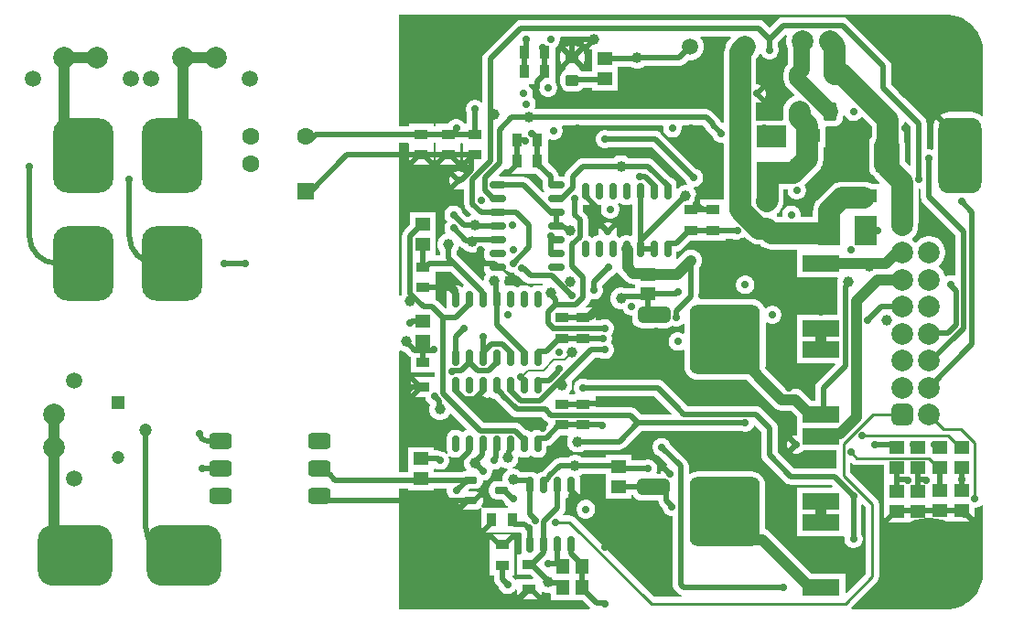
<source format=gtl>
G04*
G04 #@! TF.GenerationSoftware,Altium Limited,Altium Designer,23.0.1 (38)*
G04*
G04 Layer_Physical_Order=1*
G04 Layer_Color=255*
%FSLAX44Y44*%
%MOMM*%
G71*
G04*
G04 #@! TF.SameCoordinates,A400D9DA-BE9D-43B9-9025-6262B0EBFE75*
G04*
G04*
G04 #@! TF.FilePolarity,Positive*
G04*
G01*
G75*
%ADD10C,0.2500*%
%ADD14C,0.2000*%
G04:AMPARAMS|DCode=16|XSize=0.6mm|YSize=1.55mm|CornerRadius=0.15mm|HoleSize=0mm|Usage=FLASHONLY|Rotation=90.000|XOffset=0mm|YOffset=0mm|HoleType=Round|Shape=RoundedRectangle|*
%AMROUNDEDRECTD16*
21,1,0.6000,1.2500,0,0,90.0*
21,1,0.3000,1.5500,0,0,90.0*
1,1,0.3000,0.6250,0.1500*
1,1,0.3000,0.6250,-0.1500*
1,1,0.3000,-0.6250,-0.1500*
1,1,0.3000,-0.6250,0.1500*
%
%ADD16ROUNDEDRECTD16*%
G04:AMPARAMS|DCode=17|XSize=0.6mm|YSize=1.55mm|CornerRadius=0.15mm|HoleSize=0mm|Usage=FLASHONLY|Rotation=0.000|XOffset=0mm|YOffset=0mm|HoleType=Round|Shape=RoundedRectangle|*
%AMROUNDEDRECTD17*
21,1,0.6000,1.2500,0,0,0.0*
21,1,0.3000,1.5500,0,0,0.0*
1,1,0.3000,0.1500,-0.6250*
1,1,0.3000,-0.1500,-0.6250*
1,1,0.3000,-0.1500,0.6250*
1,1,0.3000,0.1500,0.6250*
%
%ADD17ROUNDEDRECTD17*%
%ADD18C,1.0000*%
G04:AMPARAMS|DCode=19|XSize=1.5mm|YSize=3mm|CornerRadius=0.375mm|HoleSize=0mm|Usage=FLASHONLY|Rotation=90.000|XOffset=0mm|YOffset=0mm|HoleType=Round|Shape=RoundedRectangle|*
%AMROUNDEDRECTD19*
21,1,1.5000,2.2500,0,0,90.0*
21,1,0.7500,3.0000,0,0,90.0*
1,1,0.7500,1.1250,0.3750*
1,1,0.7500,1.1250,-0.3750*
1,1,0.7500,-1.1250,-0.3750*
1,1,0.7500,-1.1250,0.3750*
%
%ADD19ROUNDEDRECTD19*%
G04:AMPARAMS|DCode=20|XSize=6.5mm|YSize=6.5mm|CornerRadius=0.8125mm|HoleSize=0mm|Usage=FLASHONLY|Rotation=0.000|XOffset=0mm|YOffset=0mm|HoleType=Round|Shape=RoundedRectangle|*
%AMROUNDEDRECTD20*
21,1,6.5000,4.8750,0,0,0.0*
21,1,4.8750,6.5000,0,0,0.0*
1,1,1.6250,2.4375,-2.4375*
1,1,1.6250,-2.4375,-2.4375*
1,1,1.6250,-2.4375,2.4375*
1,1,1.6250,2.4375,2.4375*
%
%ADD20ROUNDEDRECTD20*%
%ADD21R,1.3500X1.1500*%
%ADD22R,3.5000X1.5000*%
%ADD23R,0.9000X1.3000*%
G04:AMPARAMS|DCode=24|XSize=0.6mm|YSize=1.45mm|CornerRadius=0.15mm|HoleSize=0mm|Usage=FLASHONLY|Rotation=0.000|XOffset=0mm|YOffset=0mm|HoleType=Round|Shape=RoundedRectangle|*
%AMROUNDEDRECTD24*
21,1,0.6000,1.1500,0,0,0.0*
21,1,0.3000,1.4500,0,0,0.0*
1,1,0.3000,0.1500,-0.5750*
1,1,0.3000,-0.1500,-0.5750*
1,1,0.3000,-0.1500,0.5750*
1,1,0.3000,0.1500,0.5750*
%
%ADD24ROUNDEDRECTD24*%
%ADD25R,1.3000X0.9000*%
G04:AMPARAMS|DCode=26|XSize=0.65mm|YSize=1.25mm|CornerRadius=0.1625mm|HoleSize=0mm|Usage=FLASHONLY|Rotation=90.000|XOffset=0mm|YOffset=0mm|HoleType=Round|Shape=RoundedRectangle|*
%AMROUNDEDRECTD26*
21,1,0.6500,0.9250,0,0,90.0*
21,1,0.3250,1.2500,0,0,90.0*
1,1,0.3250,0.4625,0.1625*
1,1,0.3250,0.4625,-0.1625*
1,1,0.3250,-0.4625,-0.1625*
1,1,0.3250,-0.4625,0.1625*
%
%ADD26ROUNDEDRECTD26*%
G04:AMPARAMS|DCode=27|XSize=1.5mm|YSize=2.1mm|CornerRadius=0.375mm|HoleSize=0mm|Usage=FLASHONLY|Rotation=90.000|XOffset=0mm|YOffset=0mm|HoleType=Round|Shape=RoundedRectangle|*
%AMROUNDEDRECTD27*
21,1,1.5000,1.3500,0,0,90.0*
21,1,0.7500,2.1000,0,0,90.0*
1,1,0.7500,0.6750,0.3750*
1,1,0.7500,0.6750,-0.3750*
1,1,0.7500,-0.6750,-0.3750*
1,1,0.7500,-0.6750,0.3750*
%
%ADD27ROUNDEDRECTD27*%
%ADD28R,2.0000X2.8000*%
G04:AMPARAMS|DCode=29|XSize=3.3mm|YSize=2.3mm|CornerRadius=0.575mm|HoleSize=0mm|Usage=FLASHONLY|Rotation=270.000|XOffset=0mm|YOffset=0mm|HoleType=Round|Shape=RoundedRectangle|*
%AMROUNDEDRECTD29*
21,1,3.3000,1.1500,0,0,270.0*
21,1,2.1500,2.3000,0,0,270.0*
1,1,1.1500,-0.5750,-1.0750*
1,1,1.1500,-0.5750,1.0750*
1,1,1.1500,0.5750,1.0750*
1,1,1.1500,0.5750,-1.0750*
%
%ADD29ROUNDEDRECTD29*%
G04:AMPARAMS|DCode=30|XSize=7mm|YSize=4mm|CornerRadius=1mm|HoleSize=0mm|Usage=FLASHONLY|Rotation=270.000|XOffset=0mm|YOffset=0mm|HoleType=Round|Shape=RoundedRectangle|*
%AMROUNDEDRECTD30*
21,1,7.0000,2.0000,0,0,270.0*
21,1,5.0000,4.0000,0,0,270.0*
1,1,2.0000,-1.0000,-2.5000*
1,1,2.0000,-1.0000,2.5000*
1,1,2.0000,1.0000,2.5000*
1,1,2.0000,1.0000,-2.5000*
%
%ADD30ROUNDEDRECTD30*%
G04:AMPARAMS|DCode=31|XSize=1.3mm|YSize=1.1mm|CornerRadius=0.275mm|HoleSize=0mm|Usage=FLASHONLY|Rotation=90.000|XOffset=0mm|YOffset=0mm|HoleType=Round|Shape=RoundedRectangle|*
%AMROUNDEDRECTD31*
21,1,1.3000,0.5500,0,0,90.0*
21,1,0.7500,1.1000,0,0,90.0*
1,1,0.5500,0.2750,0.3750*
1,1,0.5500,0.2750,-0.3750*
1,1,0.5500,-0.2750,-0.3750*
1,1,0.5500,-0.2750,0.3750*
%
%ADD31ROUNDEDRECTD31*%
G04:AMPARAMS|DCode=32|XSize=1.75mm|YSize=1.25mm|CornerRadius=0.3125mm|HoleSize=0mm|Usage=FLASHONLY|Rotation=270.000|XOffset=0mm|YOffset=0mm|HoleType=Round|Shape=RoundedRectangle|*
%AMROUNDEDRECTD32*
21,1,1.7500,0.6250,0,0,270.0*
21,1,1.1250,1.2500,0,0,270.0*
1,1,0.6250,-0.3125,-0.5625*
1,1,0.6250,-0.3125,0.5625*
1,1,0.6250,0.3125,0.5625*
1,1,0.6250,0.3125,-0.5625*
%
%ADD32ROUNDEDRECTD32*%
%ADD33R,2.2000X1.3000*%
%ADD34R,2.8000X2.0000*%
G04:AMPARAMS|DCode=35|XSize=1.2mm|YSize=1.1mm|CornerRadius=0.275mm|HoleSize=0mm|Usage=FLASHONLY|Rotation=0.000|XOffset=0mm|YOffset=0mm|HoleType=Round|Shape=RoundedRectangle|*
%AMROUNDEDRECTD35*
21,1,1.2000,0.5500,0,0,0.0*
21,1,0.6500,1.1000,0,0,0.0*
1,1,0.5500,0.3250,-0.2750*
1,1,0.5500,-0.3250,-0.2750*
1,1,0.5500,-0.3250,0.2750*
1,1,0.5500,0.3250,0.2750*
%
%ADD35ROUNDEDRECTD35*%
%ADD36R,1.1500X1.3500*%
G04:AMPARAMS|DCode=37|XSize=5.6mm|YSize=6.9mm|CornerRadius=1.4mm|HoleSize=0mm|Usage=FLASHONLY|Rotation=270.000|XOffset=0mm|YOffset=0mm|HoleType=Round|Shape=RoundedRectangle|*
%AMROUNDEDRECTD37*
21,1,5.6000,4.1000,0,0,270.0*
21,1,2.8000,6.9000,0,0,270.0*
1,1,2.8000,-2.0500,-1.4000*
1,1,2.8000,-2.0500,1.4000*
1,1,2.8000,2.0500,1.4000*
1,1,2.8000,2.0500,-1.4000*
%
%ADD37ROUNDEDRECTD37*%
G04:AMPARAMS|DCode=38|XSize=5.6mm|YSize=6.9mm|CornerRadius=1.4mm|HoleSize=0mm|Usage=FLASHONLY|Rotation=180.000|XOffset=0mm|YOffset=0mm|HoleType=Round|Shape=RoundedRectangle|*
%AMROUNDEDRECTD38*
21,1,5.6000,4.1000,0,0,180.0*
21,1,2.8000,6.9000,0,0,180.0*
1,1,2.8000,-1.4000,2.0500*
1,1,2.8000,1.4000,2.0500*
1,1,2.8000,1.4000,-2.0500*
1,1,2.8000,-1.4000,-2.0500*
%
%ADD38ROUNDEDRECTD38*%
%ADD71C,0.5000*%
%ADD72C,1.0000*%
%ADD73C,1.5000*%
%ADD74C,2.0000*%
%ADD75C,1.6000*%
%ADD76R,1.6000X1.6000*%
%ADD77C,2.0000*%
G04:AMPARAMS|DCode=78|XSize=2mm|YSize=2mm|CornerRadius=0.5mm|HoleSize=0mm|Usage=FLASHONLY|Rotation=180.000|XOffset=0mm|YOffset=0mm|HoleType=Round|Shape=RoundedRectangle|*
%AMROUNDEDRECTD78*
21,1,2.0000,1.0000,0,0,180.0*
21,1,1.0000,2.0000,0,0,180.0*
1,1,1.0000,-0.5000,0.5000*
1,1,1.0000,0.5000,0.5000*
1,1,1.0000,0.5000,-0.5000*
1,1,1.0000,-0.5000,-0.5000*
%
%ADD78ROUNDEDRECTD78*%
%ADD79C,7.0000*%
%ADD80C,1.5000*%
%ADD81R,1.2000X1.2000*%
%ADD82C,1.2000*%
%ADD83C,0.7000*%
G36*
X717707Y531577D02*
X718520Y530221D01*
X718377Y529875D01*
X717800Y526978D01*
Y524023D01*
X718377Y521125D01*
X719235Y519052D01*
Y504566D01*
X719085Y504415D01*
X717081Y501804D01*
X715822Y498763D01*
X715392Y495500D01*
Y491250D01*
X715822Y487987D01*
X717081Y484946D01*
X719085Y482335D01*
X725536Y475883D01*
X725228Y474651D01*
X724482Y474425D01*
X721876Y473032D01*
X719592Y471158D01*
X717718Y468874D01*
X716325Y466268D01*
X715467Y463441D01*
X715177Y460500D01*
Y454750D01*
X715331Y453191D01*
X714478Y452250D01*
X690072D01*
Y468442D01*
X691619D01*
X693781Y469021D01*
X694481Y469425D01*
X690073Y473833D01*
Y476515D01*
X690500Y476942D01*
X690073Y477369D01*
Y480050D01*
X694481Y484458D01*
X693781Y484862D01*
X691619Y485442D01*
X690072D01*
Y509356D01*
X690558Y509842D01*
X692432Y512126D01*
X693366Y513873D01*
X693674Y513961D01*
X694793Y513849D01*
X695698Y512281D01*
X697281Y510698D01*
X699219Y509579D01*
X701381Y509000D01*
X703619D01*
X705781Y509579D01*
X707719Y510698D01*
X709302Y512281D01*
X710421Y514219D01*
X711000Y516381D01*
Y518619D01*
X710421Y520781D01*
X710065Y521398D01*
Y524367D01*
X717314Y531616D01*
X717707Y531577D01*
D02*
G37*
G36*
X666846Y528762D02*
X664342Y526258D01*
X662467Y523974D01*
X661075Y521368D01*
X660217Y518540D01*
X659927Y515600D01*
Y450471D01*
X658754Y449985D01*
X657046Y451693D01*
X656598Y452776D01*
X655395Y454343D01*
X649389Y460349D01*
X647823Y461551D01*
X645998Y462307D01*
X644040Y462565D01*
X486577D01*
X486140Y463002D01*
X485074Y463618D01*
X485421Y464219D01*
X486000Y466381D01*
Y468619D01*
X485421Y470781D01*
X484302Y472719D01*
X482877Y474144D01*
X482920Y474219D01*
X483500Y476381D01*
Y478619D01*
X482920Y480781D01*
X481801Y482719D01*
X480219Y484302D01*
X479477Y484730D01*
X479817Y486000D01*
X488323D01*
X489298Y484730D01*
X489000Y483619D01*
Y481381D01*
X489579Y479219D01*
X490699Y477281D01*
X492281Y475698D01*
X494219Y474579D01*
X496381Y474000D01*
X498619D01*
X500781Y474579D01*
X502719Y475698D01*
X504302Y477281D01*
X505421Y479219D01*
X506000Y481381D01*
Y483619D01*
X505421Y485781D01*
X504302Y487719D01*
X504000Y488021D01*
Y503500D01*
Y519995D01*
X505219Y520698D01*
X506802Y522281D01*
X507921Y524219D01*
X508500Y526381D01*
Y528619D01*
X508417Y528928D01*
X509190Y529935D01*
X529257D01*
X530030Y528928D01*
X530000Y528817D01*
Y526184D01*
X530681Y523640D01*
X531385Y522421D01*
X538232Y529268D01*
X541768Y525732D01*
X534921Y518885D01*
X536140Y518182D01*
X538250Y517616D01*
Y497690D01*
X528845D01*
X528777Y497777D01*
X527158Y499020D01*
X526451Y499313D01*
Y500687D01*
X526682Y500783D01*
X520000Y507464D01*
X513318Y500783D01*
X513549Y500687D01*
Y499313D01*
X512841Y499020D01*
X511223Y497777D01*
X509980Y496159D01*
X509199Y494273D01*
X508933Y492250D01*
Y486750D01*
X509199Y484727D01*
X509980Y482842D01*
X511223Y481223D01*
X512841Y479981D01*
X514727Y479200D01*
X516750Y478933D01*
X523250D01*
X525273Y479200D01*
X527158Y479981D01*
X528777Y481223D01*
X529804Y482560D01*
X538250D01*
Y480000D01*
X561750D01*
Y498500D01*
Y502060D01*
X573797D01*
X573860Y501998D01*
X576140Y500681D01*
X578683Y500000D01*
X581316D01*
X583860Y500681D01*
X586140Y501998D01*
X586577Y502435D01*
X618387D01*
X620345Y502693D01*
X622169Y503449D01*
X623736Y504651D01*
X627163Y508078D01*
X627454Y508000D01*
X630746D01*
X633925Y508852D01*
X636775Y510497D01*
X639103Y512825D01*
X640748Y515675D01*
X641600Y518854D01*
Y522146D01*
X640748Y525325D01*
X639103Y528175D01*
X638516Y528762D01*
X639002Y529935D01*
X666360D01*
X666846Y528762D01*
D02*
G37*
G36*
X865858Y550002D02*
X865858Y550002D01*
X868096D01*
X872533Y549418D01*
X876856Y548260D01*
X880991Y546547D01*
X884867Y544309D01*
X888417Y541584D01*
X891582Y538420D01*
X894307Y534869D01*
X896544Y530993D01*
X898257Y526858D01*
X899416Y522535D01*
X900000Y518098D01*
X900000Y515860D01*
X900000Y457020D01*
X898730Y456420D01*
X897374Y457533D01*
X894768Y458925D01*
X891941Y459783D01*
X889000Y460073D01*
X869000D01*
X866059Y459783D01*
X863232Y458925D01*
X860626Y457533D01*
X860284Y457252D01*
X880768Y436768D01*
X877232Y433232D01*
X856749Y453716D01*
X856468Y453374D01*
X855075Y450768D01*
X854217Y447941D01*
X853928Y445000D01*
Y425843D01*
X852657Y425027D01*
X851119Y425439D01*
X848881D01*
X847930Y426169D01*
Y449634D01*
X847673Y451592D01*
X846917Y453417D01*
X845715Y454983D01*
X815065Y485633D01*
Y502500D01*
X815065Y502500D01*
X814807Y504458D01*
X814051Y506282D01*
X812849Y507849D01*
X812849Y507849D01*
X775349Y545349D01*
X773782Y546551D01*
X771958Y547307D01*
X770000Y547565D01*
X715000D01*
X715000Y547565D01*
X713042Y547307D01*
X711217Y546551D01*
X709651Y545349D01*
X702500Y538198D01*
X697849Y542849D01*
X696282Y544051D01*
X694458Y544807D01*
X692500Y545065D01*
X472500D01*
X472500Y545065D01*
X471521Y544936D01*
X470542Y544807D01*
X468718Y544051D01*
X467151Y542849D01*
X438893Y514591D01*
X437691Y513024D01*
X436935Y511200D01*
X436677Y509242D01*
Y469503D01*
X435504Y469017D01*
X435219Y469302D01*
X433281Y470421D01*
X431119Y471000D01*
X428881D01*
X426719Y470421D01*
X424781Y469302D01*
X423199Y467719D01*
X422079Y465781D01*
X421500Y463619D01*
Y461381D01*
X422079Y459219D01*
X422433Y458607D01*
Y449000D01*
X420006D01*
X419302Y450219D01*
X417719Y451802D01*
X415781Y452921D01*
X413619Y453500D01*
X411381D01*
X409219Y452921D01*
X407281Y451802D01*
X405698Y450219D01*
X404994Y449000D01*
X393498D01*
Y447065D01*
X391498D01*
Y449000D01*
X368498D01*
Y447065D01*
X360000D01*
Y550002D01*
X865858Y550002D01*
X865858Y550002D01*
D02*
G37*
G36*
X772101Y456831D02*
X773198Y454931D01*
X774781Y453348D01*
X776719Y452229D01*
X778881Y451650D01*
X781119D01*
X783281Y452229D01*
X785219Y453348D01*
X786802Y454931D01*
X786994Y455265D01*
X788254Y455430D01*
X796898Y446786D01*
Y437525D01*
X795860Y436171D01*
X794777Y433557D01*
X794407Y430750D01*
Y409250D01*
X794777Y406444D01*
X795860Y403829D01*
X797583Y401583D01*
X799829Y399860D01*
X799854Y399850D01*
X799968Y399636D01*
X801842Y397352D01*
X804338Y394856D01*
X803852Y393683D01*
X797090D01*
X795701Y394425D01*
X792874Y395283D01*
X789933Y395573D01*
X769466D01*
X769465Y395573D01*
X769465Y395573D01*
X766525Y395283D01*
X766525Y395283D01*
X766525Y395283D01*
X764693Y394727D01*
X763698Y394425D01*
X763697Y394425D01*
X763697Y394425D01*
X762043Y393541D01*
X761092Y393032D01*
X761092Y393032D01*
X761091Y393032D01*
X759820Y391989D01*
X758808Y391158D01*
X758808Y391158D01*
X758807Y391158D01*
X747092Y379442D01*
X746261Y378429D01*
X745218Y377158D01*
X745218Y377158D01*
X745218Y377158D01*
X744697Y376185D01*
X743825Y374552D01*
X743825Y374552D01*
X742967Y371725D01*
X742967Y371724D01*
X742797Y369999D01*
X742678Y368784D01*
Y362873D01*
X731773D01*
X731000Y363880D01*
X731000Y363881D01*
Y366119D01*
X730421Y368281D01*
X729302Y370219D01*
X727719Y371802D01*
X725781Y372921D01*
X723619Y373500D01*
X721381D01*
X719219Y372921D01*
X717281Y371802D01*
X715698Y370219D01*
X714579Y368281D01*
X714000Y366119D01*
Y363881D01*
X714000Y363880D01*
X713227Y362873D01*
X710743D01*
X710658Y362958D01*
X710086Y363428D01*
X709562Y363951D01*
X709194Y364197D01*
X709005Y365000D01*
X709194Y365803D01*
X709562Y366049D01*
X710086Y366572D01*
X710658Y367042D01*
X711158Y367542D01*
X711628Y368114D01*
X711651Y368138D01*
X711670Y368166D01*
X713032Y369826D01*
X714425Y372432D01*
X715283Y375259D01*
X715573Y378200D01*
Y388677D01*
X718956D01*
X719000Y388619D01*
Y386381D01*
X719579Y384219D01*
X720698Y382281D01*
X722281Y380698D01*
X724219Y379579D01*
X726381Y379000D01*
X728619D01*
X730781Y379579D01*
X732719Y380698D01*
X734302Y382281D01*
X735421Y384219D01*
X736000Y386381D01*
Y388619D01*
X735421Y390781D01*
X734493Y392388D01*
X735350Y393092D01*
X735350Y393092D01*
X747658Y405400D01*
X747658Y405400D01*
X749532Y407684D01*
X749532Y407684D01*
X750925Y410290D01*
X750925Y410290D01*
X750925Y410290D01*
X751243Y411338D01*
X751783Y413117D01*
X751783Y413117D01*
X751783Y413117D01*
X752072Y416058D01*
Y427250D01*
X754000D01*
Y445931D01*
X754955Y446768D01*
X755625Y446680D01*
X761875D01*
X763996Y446959D01*
X765972Y447778D01*
X767670Y449080D01*
X768972Y450777D01*
X769791Y452754D01*
X770070Y454875D01*
Y455165D01*
X770769Y456852D01*
X771928Y456867D01*
X772101Y456831D01*
D02*
G37*
G36*
X643046Y445296D02*
X643495Y444213D01*
X644697Y442646D01*
X649197Y438146D01*
X649579Y436719D01*
X650698Y434781D01*
X652281Y433198D01*
X654219Y432079D01*
X656381Y431500D01*
X658619D01*
X658920Y431581D01*
X659927Y430807D01*
Y379000D01*
X635458D01*
X634685Y380007D01*
X635000Y381184D01*
Y383817D01*
X634319Y386360D01*
X633002Y388640D01*
X632212Y389430D01*
X632738Y390700D01*
X633619D01*
X635781Y391279D01*
X637719Y392398D01*
X639302Y393981D01*
X640421Y395919D01*
X641000Y398081D01*
Y400319D01*
X640421Y402481D01*
X639302Y404419D01*
X637719Y406002D01*
X635781Y407121D01*
X635093Y407305D01*
X602049Y440349D01*
X602049Y440349D01*
X600482Y441551D01*
X598658Y442307D01*
X596700Y442565D01*
X553897D01*
X553281Y442921D01*
X551119Y443500D01*
X548881D01*
X546719Y442921D01*
X544781Y441802D01*
X543198Y440219D01*
X542079Y438281D01*
X541500Y436119D01*
Y433881D01*
X542079Y431719D01*
X543198Y429781D01*
X544781Y428198D01*
X546719Y427079D01*
X548881Y426500D01*
X551119D01*
X553281Y427079D01*
X553897Y427435D01*
X593567D01*
X624395Y396607D01*
X624579Y395919D01*
X625698Y393981D01*
X625909Y393770D01*
X625383Y392500D01*
X623684D01*
X621140Y391819D01*
X618860Y390502D01*
X617426Y389068D01*
X616156Y389594D01*
Y393250D01*
X615933Y394947D01*
X615278Y396528D01*
X614236Y397886D01*
X612878Y398928D01*
X611297Y399583D01*
X610915Y399633D01*
X595199Y415349D01*
X593632Y416551D01*
X591808Y417307D01*
X589850Y417565D01*
X571576D01*
X571140Y418002D01*
X568859Y419318D01*
X566316Y420000D01*
X563683D01*
X561140Y419318D01*
X558859Y418002D01*
X558423Y417565D01*
X530000D01*
X528042Y417307D01*
X526218Y416551D01*
X524651Y415349D01*
X514901Y405599D01*
X513699Y404033D01*
X512943Y402208D01*
X512685Y400250D01*
X511500Y400406D01*
X507511D01*
X507307Y401958D01*
X506551Y403783D01*
X505349Y405349D01*
X497250Y413448D01*
Y422750D01*
Y434250D01*
X498520Y434983D01*
X499219Y434579D01*
X501381Y434000D01*
X503619D01*
X505781Y434579D01*
X507719Y435698D01*
X509302Y437281D01*
X510421Y439219D01*
X511000Y441381D01*
Y443619D01*
X510421Y445781D01*
X510101Y446335D01*
X510736Y447435D01*
X603310D01*
X604083Y446428D01*
X604000Y446119D01*
Y443881D01*
X604579Y441719D01*
X605699Y439781D01*
X607281Y438198D01*
X609219Y437079D01*
X611381Y436500D01*
X613619D01*
X615781Y437079D01*
X617719Y438198D01*
X619302Y439781D01*
X620421Y441719D01*
X621000Y443881D01*
Y446119D01*
X620918Y446428D01*
X621691Y447435D01*
X640907D01*
X643046Y445296D01*
D02*
G37*
G36*
X832801Y446501D02*
Y410685D01*
X831628Y410199D01*
X827593Y414234D01*
Y430750D01*
X827223Y433557D01*
X827044Y433991D01*
Y450599D01*
X828217Y451085D01*
X832801Y446501D01*
D02*
G37*
G36*
X470518Y410482D02*
X462785Y402750D01*
X476980D01*
X478250Y402750D01*
Y402750D01*
X478250D01*
Y402750D01*
X486552D01*
X492435Y396867D01*
Y392850D01*
X492444Y392783D01*
Y390850D01*
X492668Y389153D01*
X493322Y387572D01*
X494050Y386624D01*
X493779Y386044D01*
X492337Y385811D01*
X480449Y397699D01*
X478883Y398901D01*
X477058Y399657D01*
X475100Y399915D01*
X459844D01*
X459197Y400183D01*
X457500Y400406D01*
X452663D01*
X452177Y401580D01*
X457849Y407252D01*
X457849Y407252D01*
X457980Y407422D01*
X459250Y406991D01*
Y406286D01*
X466982Y414018D01*
X470518Y410482D01*
D02*
G37*
G36*
X368498Y431037D02*
X368498Y430000D01*
X368498Y428730D01*
Y414535D01*
X376230Y422267D01*
X379766Y418732D01*
X372033Y411000D01*
X387962D01*
X380230Y418732D01*
X383765Y422267D01*
X391498Y414535D01*
Y428730D01*
X391498Y430000D01*
X391498Y431037D01*
X391642Y431181D01*
X393354D01*
X393498Y431037D01*
X393498Y430000D01*
X393498Y428730D01*
Y414535D01*
X401230Y422267D01*
X404766Y418732D01*
X397034Y411000D01*
X412962D01*
X405230Y418732D01*
X408766Y422267D01*
X416498Y414535D01*
Y428730D01*
X416498Y430000D01*
X416498Y431037D01*
X417228Y431767D01*
X417892Y431642D01*
X418498Y431037D01*
X418498Y430000D01*
X418498Y429999D01*
Y414535D01*
X426230Y422267D01*
X429765Y418732D01*
X422033Y411000D01*
X428642D01*
X429128Y409826D01*
X422151Y402849D01*
X422119Y402808D01*
X420434Y402697D01*
X419719Y403411D01*
X417781Y404531D01*
X415619Y405110D01*
X413381D01*
X411219Y404531D01*
X410519Y404126D01*
X416268Y398378D01*
X414500Y396610D01*
X416268Y394842D01*
X410519Y389093D01*
X411219Y388689D01*
X413381Y388110D01*
X415619D01*
X417781Y388689D01*
X418665Y389200D01*
X419935Y388466D01*
Y375000D01*
X420193Y373042D01*
X420949Y371218D01*
X422151Y369651D01*
X426281Y365521D01*
X425853Y364153D01*
X423860Y363002D01*
X422505Y363193D01*
X418105Y367593D01*
X417921Y368281D01*
X416802Y370219D01*
X415219Y371802D01*
X413281Y372921D01*
X411119Y373500D01*
X408881D01*
X406719Y372921D01*
X404781Y371802D01*
X403199Y370219D01*
X402080Y368281D01*
X401500Y366119D01*
Y363881D01*
X402080Y361719D01*
X403199Y359781D01*
X404229Y358750D01*
X403199Y357719D01*
X402080Y355781D01*
X401500Y353619D01*
Y351381D01*
X402080Y349219D01*
X402632Y348261D01*
X402146Y347088D01*
X401140Y346819D01*
X398860Y345502D01*
X396998Y343640D01*
X395681Y341360D01*
X395000Y338816D01*
Y337991D01*
X394935Y337500D01*
X395000Y337009D01*
Y336183D01*
X395681Y333640D01*
X396998Y331360D01*
X397435Y330923D01*
Y327565D01*
X393650D01*
Y345500D01*
Y367000D01*
X370150D01*
Y356198D01*
X364651Y350699D01*
X364651Y350699D01*
X364016Y349871D01*
X363449Y349133D01*
X363448Y349132D01*
X362693Y347308D01*
X362693Y347308D01*
X362693Y347308D01*
X362435Y345350D01*
X362435Y345350D01*
X362435Y345350D01*
Y292036D01*
X362489Y291630D01*
X361998Y291140D01*
X361270Y289879D01*
X360000Y290219D01*
Y431935D01*
X367600D01*
X368498Y431037D01*
D02*
G37*
G36*
X565222Y375072D02*
X566803Y374417D01*
X568500Y374194D01*
X571500D01*
X573197Y374417D01*
X573865Y374694D01*
X575135Y373846D01*
Y346155D01*
X573865Y345306D01*
X573197Y345583D01*
X571500Y345806D01*
X568500D01*
X566803Y345583D01*
X565222Y344928D01*
X563864Y343886D01*
X563436D01*
X562078Y344928D01*
X560962Y345390D01*
X560795Y345881D01*
X561374Y348043D01*
Y350281D01*
X560795Y352443D01*
X560391Y353143D01*
X554642Y347394D01*
X552874Y349162D01*
X551107Y347394D01*
X545358Y353143D01*
X544954Y352443D01*
X544374Y350281D01*
Y348043D01*
X544633Y347076D01*
X543659Y345806D01*
X543100D01*
X541403Y345583D01*
X539822Y344928D01*
X538464Y343886D01*
X538036D01*
X536678Y344928D01*
X535097Y345583D01*
X534565Y345653D01*
Y360512D01*
X534565Y360512D01*
X534565Y360512D01*
X534425Y361573D01*
X534307Y362470D01*
X534307Y362470D01*
X534307Y362470D01*
X533896Y363463D01*
X533551Y364294D01*
X533551Y364294D01*
X533551Y364295D01*
X532956Y365071D01*
X532349Y365861D01*
X532349Y365861D01*
X532349Y365861D01*
X530065Y368145D01*
Y373900D01*
X530400Y374194D01*
X533400D01*
X535097Y374417D01*
X536678Y375072D01*
X538036Y376114D01*
X538464D01*
X539822Y375072D01*
X541403Y374417D01*
X543100Y374194D01*
X546100D01*
X546324Y374223D01*
X547013Y373033D01*
X546500Y371119D01*
Y368881D01*
X547079Y366719D01*
X548199Y364781D01*
X549781Y363198D01*
X551719Y362079D01*
X553881Y361500D01*
X556119D01*
X558281Y362079D01*
X560219Y363198D01*
X561802Y364781D01*
X562921Y366719D01*
X563500Y368881D01*
Y371119D01*
X562921Y373281D01*
X562007Y374864D01*
X562078Y375072D01*
X563436Y376114D01*
X563864D01*
X565222Y375072D01*
D02*
G37*
G36*
X682042Y341642D02*
X684326Y339768D01*
X686932Y338375D01*
X689760Y337517D01*
X692700Y337228D01*
X693757D01*
X693842Y337142D01*
X696126Y335268D01*
X698732Y333875D01*
X701560Y333017D01*
X704500Y332728D01*
X726324D01*
X727500Y332500D01*
Y307500D01*
X765070D01*
X765543Y306681D01*
X765647Y306230D01*
X765000Y303816D01*
Y301183D01*
X765181Y300510D01*
X764935Y298647D01*
Y272500D01*
X727500D01*
Y247500D01*
Y227500D01*
X762643D01*
X763129Y226327D01*
X747151Y210349D01*
X745949Y208782D01*
X745193Y206958D01*
X744935Y205000D01*
Y192500D01*
X741764D01*
X733132Y201132D01*
X731043Y202735D01*
X728611Y203743D01*
X726000Y204086D01*
X717928D01*
X698463Y223552D01*
X698683Y225225D01*
Y265201D01*
X699953Y265599D01*
X701719Y264579D01*
X703881Y264000D01*
X706119D01*
X708281Y264579D01*
X710219Y265698D01*
X711802Y267281D01*
X712921Y269219D01*
X713500Y271381D01*
Y273619D01*
X712921Y275781D01*
X711802Y277719D01*
X710219Y279301D01*
X708281Y280421D01*
X706119Y281000D01*
X703881D01*
X701719Y280421D01*
X699781Y279301D01*
X699101Y278622D01*
X697603Y278920D01*
X696910Y280594D01*
X694806Y283336D01*
X692064Y285440D01*
X688871Y286762D01*
X685445Y287213D01*
X638084D01*
X637863Y287399D01*
X637161Y288484D01*
X637330Y289765D01*
X637330Y289765D01*
Y316158D01*
X637767Y316595D01*
X638098Y317167D01*
X638500Y317692D01*
X638753Y318302D01*
X639084Y318875D01*
X639255Y319514D01*
X639508Y320124D01*
X639594Y320780D01*
X639765Y321418D01*
Y322080D01*
X639851Y322735D01*
X639765Y323390D01*
Y324052D01*
X639594Y324690D01*
X639508Y325345D01*
X639255Y325956D01*
X639084Y326595D01*
X638753Y327167D01*
X638500Y327778D01*
X638098Y328302D01*
X637767Y328875D01*
X637300Y329342D01*
X636897Y329867D01*
X636373Y330270D01*
X635905Y330737D01*
X635333Y331068D01*
X634808Y331470D01*
X634198Y331723D01*
X633625Y332053D01*
X632986Y332225D01*
X632376Y332477D01*
X631720Y332564D01*
X631082Y332735D01*
X630420D01*
X629765Y332821D01*
X629110Y332735D01*
X628448D01*
X627810Y332564D01*
X627155Y332477D01*
X626544Y332225D01*
X625905Y332053D01*
X625333Y331723D01*
X624722Y331470D01*
X624198Y331068D01*
X623625Y330737D01*
X623158Y330270D01*
X622633Y329867D01*
X616945Y324179D01*
X615868Y324898D01*
X615933Y325053D01*
X616156Y326750D01*
Y330738D01*
X617708Y330943D01*
X619532Y331698D01*
X621099Y332901D01*
X629198Y341000D01*
X661500D01*
Y342685D01*
X668169D01*
X669219Y342079D01*
X671381Y341500D01*
X673619D01*
X675781Y342079D01*
X677719Y343198D01*
X679103Y344582D01*
X682042Y341642D01*
D02*
G37*
G36*
X842435Y388319D02*
Y381364D01*
X842693Y379406D01*
X843449Y377581D01*
X844651Y376015D01*
X844651Y376015D01*
X874240Y346425D01*
Y309205D01*
X872971Y308545D01*
X871119Y309041D01*
X868881D01*
X866719Y308462D01*
X865767Y307913D01*
X864610Y308437D01*
X864423Y309375D01*
X863293Y312105D01*
X861651Y314562D01*
X859562Y316651D01*
X859242Y316865D01*
Y318135D01*
X859562Y318349D01*
X861651Y320438D01*
X863293Y322895D01*
X864423Y325625D01*
X865000Y328523D01*
Y331478D01*
X864423Y334376D01*
X863293Y337105D01*
X861651Y339562D01*
X859562Y341652D01*
X857105Y343293D01*
X854375Y344424D01*
X851477Y345000D01*
X848522D01*
X845624Y344424D01*
X842895Y343293D01*
X840438Y341652D01*
X838349Y339562D01*
X838135Y339243D01*
X836865D01*
X836651Y339562D01*
X834562Y341652D01*
X834463Y341718D01*
X834334Y342021D01*
X834435Y343264D01*
X834562Y343349D01*
X835086Y343872D01*
X835658Y344342D01*
X836128Y344915D01*
X836651Y345438D01*
X837063Y346054D01*
X837533Y346626D01*
X837882Y347279D01*
X838293Y347895D01*
X838576Y348579D01*
X838925Y349232D01*
X839140Y349941D01*
X839424Y350625D01*
X839568Y351351D01*
X839783Y352060D01*
X839856Y352796D01*
X840000Y353523D01*
Y354263D01*
X840073Y355000D01*
Y389049D01*
X841485D01*
X842435Y388319D01*
D02*
G37*
G36*
X416194Y335608D02*
X416852Y335103D01*
X417761Y334406D01*
X419585Y333650D01*
X419726Y333631D01*
X421360Y331998D01*
X423640Y330681D01*
X426183Y330000D01*
X428816D01*
X431360Y330681D01*
X433640Y331998D01*
X435502Y333860D01*
X435574Y333985D01*
X438095D01*
X438944Y332715D01*
X438667Y332047D01*
X438444Y330350D01*
Y327350D01*
X438667Y325653D01*
X439322Y324072D01*
X440364Y322714D01*
Y322286D01*
X439322Y320928D01*
X438667Y319347D01*
X438444Y317650D01*
Y314650D01*
X438667Y312953D01*
X439322Y311372D01*
X440364Y310014D01*
X440369Y309933D01*
X439998Y309562D01*
X438682Y307282D01*
X438000Y304738D01*
Y304357D01*
X436827Y303871D01*
X415349Y325349D01*
X412565Y328134D01*
Y330923D01*
X413002Y331360D01*
X414319Y333640D01*
X414751Y335255D01*
X416168Y335634D01*
X416194Y335608D01*
D02*
G37*
G36*
X457079Y316719D02*
X458198Y314781D01*
X459781Y313198D01*
X461719Y312079D01*
X463295Y311656D01*
X463295Y311657D01*
X463881Y311500D01*
X465963D01*
X466481Y310602D01*
X468064Y309019D01*
X470002Y307900D01*
X471592Y307474D01*
X475765Y303301D01*
X475765Y303301D01*
X477332Y302099D01*
X479157Y301343D01*
X481115Y301085D01*
X481115Y301085D01*
X492089D01*
X492615Y299815D01*
X492065Y299265D01*
X491297Y299583D01*
X489600Y299806D01*
X486600D01*
X484903Y299583D01*
X483322Y298928D01*
X481964Y297886D01*
X481536D01*
X480178Y298928D01*
X478597Y299583D01*
X476900Y299806D01*
X473900D01*
X472203Y299583D01*
X470622Y298928D01*
X469264Y297886D01*
X468836D01*
X467478Y298928D01*
X465897Y299583D01*
X464200Y299806D01*
X461200D01*
X459503Y299583D01*
X458492Y299164D01*
X457467Y300114D01*
X458000Y302105D01*
Y304738D01*
X457441Y306824D01*
X457447Y306949D01*
X457971Y307916D01*
X458258Y308194D01*
X459197Y308318D01*
X459975Y308640D01*
X454232Y314382D01*
X456971Y317121D01*
X457079Y316719D01*
D02*
G37*
G36*
X419299Y300003D02*
X419118Y298388D01*
X418464Y297886D01*
X418036D01*
X416678Y298928D01*
X415097Y299583D01*
X413400Y299806D01*
X410400D01*
X408703Y299583D01*
X407925Y299261D01*
X413668Y293518D01*
X410132Y289982D01*
X404390Y295725D01*
X404067Y294947D01*
X403844Y293250D01*
Y280750D01*
X403993Y279618D01*
X403267Y278456D01*
X403017Y278270D01*
X402476Y278223D01*
X395349Y285349D01*
X393783Y286551D01*
X393351Y286730D01*
X393400Y288000D01*
X393400D01*
Y305730D01*
X393400Y307000D01*
X393400D01*
Y307000D01*
X393400D01*
Y312435D01*
X406867D01*
X419299Y300003D01*
D02*
G37*
G36*
X562135Y311617D02*
X562157Y311565D01*
X562157Y311565D01*
X562157Y311565D01*
X562916Y310576D01*
X563760Y309476D01*
X563760Y309476D01*
X563760Y309476D01*
X569618Y303618D01*
X570672Y302809D01*
X571707Y302015D01*
X571707Y302015D01*
X571707Y302015D01*
X572816Y301556D01*
X574140Y301008D01*
X574140Y301008D01*
X574140Y301007D01*
X575336Y300850D01*
X576750Y300664D01*
X578250D01*
Y297065D01*
X567941D01*
X566317Y297500D01*
X563684D01*
X561140Y296819D01*
X558860Y295502D01*
X556998Y293640D01*
X555682Y291360D01*
X555000Y288817D01*
Y286183D01*
X555682Y283640D01*
X556998Y281360D01*
X558860Y279498D01*
X561140Y278182D01*
X563684Y277500D01*
X566317D01*
X566971Y277122D01*
X567079Y276719D01*
X568198Y274781D01*
X569781Y273198D01*
X571719Y272079D01*
X573881Y271500D01*
X575495D01*
Y268710D01*
X575795Y266426D01*
X576677Y264298D01*
X578079Y262470D01*
X579907Y261067D01*
X582036Y260185D01*
X584320Y259885D01*
X606820D01*
X609104Y260185D01*
X611233Y261067D01*
X612654Y262157D01*
X612789Y262079D01*
X614951Y261500D01*
X617189D01*
X619351Y262079D01*
X621289Y263198D01*
X622187Y264096D01*
X623457Y263570D01*
Y255268D01*
X622187Y254609D01*
X620781Y255421D01*
X618619Y256000D01*
X616381D01*
X614219Y255421D01*
X612281Y254302D01*
X610698Y252719D01*
X609579Y250781D01*
X609000Y248619D01*
Y246381D01*
X609579Y244219D01*
X610698Y242281D01*
X612281Y240698D01*
X614219Y239579D01*
X616381Y239000D01*
X618619D01*
X620781Y239579D01*
X622187Y240391D01*
X623457Y239732D01*
Y225225D01*
X623908Y221799D01*
X625230Y218606D01*
X627334Y215864D01*
X630076Y213761D01*
X633269Y212438D01*
X636695Y211987D01*
X681499D01*
X706618Y186868D01*
X708707Y185265D01*
X711140Y184258D01*
X713750Y183914D01*
X721822D01*
X727500Y178236D01*
Y167500D01*
Y161000D01*
X725881D01*
X723719Y160421D01*
X723019Y160016D01*
X727499Y155536D01*
Y152999D01*
X727000Y152500D01*
X727499Y152001D01*
Y149464D01*
X723019Y144984D01*
X723719Y144579D01*
X725881Y144000D01*
X728119D01*
X730281Y144579D01*
X732219Y145698D01*
X733802Y147281D01*
X733928Y147500D01*
X764377D01*
Y131264D01*
X763107Y130151D01*
X762309Y130256D01*
X725442D01*
X710065Y145633D01*
Y167500D01*
X709807Y169458D01*
X709051Y171282D01*
X707849Y172849D01*
X694849Y185849D01*
X693282Y187051D01*
X691458Y187807D01*
X689500Y188065D01*
X626370D01*
X622843Y191591D01*
X622349Y192235D01*
X622349Y192235D01*
X604235Y210349D01*
X602669Y211551D01*
X600844Y212307D01*
X598886Y212565D01*
X533898D01*
X533281Y212921D01*
X531119Y213500D01*
X528881D01*
X526719Y212921D01*
X524781Y211801D01*
X523198Y210219D01*
X522079Y208281D01*
X521500Y206119D01*
Y203881D01*
X522079Y201719D01*
X522659Y200715D01*
X522190Y199348D01*
X521500Y199000D01*
X517438D01*
X516912Y200270D01*
X518002Y201360D01*
X519319Y203640D01*
X520000Y206184D01*
Y208817D01*
X519334Y211301D01*
X540469Y232435D01*
X546102D01*
X546719Y232079D01*
X548881Y231500D01*
X551119D01*
X553281Y232079D01*
X555219Y233198D01*
X556802Y234781D01*
X557921Y236719D01*
X558500Y238881D01*
Y241119D01*
X557921Y243281D01*
X556802Y245219D01*
X555906Y246115D01*
X556421Y247006D01*
X557000Y249168D01*
Y251406D01*
X556421Y253568D01*
X556116Y254095D01*
X556802Y254781D01*
X557921Y256719D01*
X558500Y258881D01*
Y261119D01*
X557921Y263281D01*
X556802Y265219D01*
X555219Y266802D01*
X553281Y267921D01*
X551119Y268500D01*
X548881D01*
X546719Y267921D01*
X546102Y267565D01*
X541500D01*
Y275464D01*
X533768Y267732D01*
X530232Y271268D01*
X537964Y279000D01*
X532671D01*
X532185Y280173D01*
X535349Y283337D01*
X535349Y283337D01*
X536551Y284904D01*
X537307Y286728D01*
X537514Y286866D01*
X538881Y286500D01*
X541119D01*
X543281Y287079D01*
X545219Y288199D01*
X546802Y289781D01*
X547921Y291719D01*
X548500Y293881D01*
Y296119D01*
X547921Y298281D01*
X547565Y298898D01*
Y299566D01*
X556093Y308095D01*
X556781Y308279D01*
X558719Y309398D01*
X560302Y310981D01*
X560722Y311709D01*
X562135Y311617D01*
D02*
G37*
G36*
X445222Y195072D02*
X446803Y194417D01*
X448500Y194194D01*
X448870D01*
X449851Y192915D01*
X463116Y179651D01*
X464683Y178449D01*
X466507Y177693D01*
X467486Y177564D01*
X468465Y177435D01*
X468465Y177435D01*
X491867D01*
X495151Y174151D01*
X495151Y174151D01*
X496717Y172949D01*
X497592Y172587D01*
X497890Y171089D01*
X492617Y165815D01*
X488600D01*
X488600Y165815D01*
X488533Y165806D01*
X486600D01*
X484903Y165583D01*
X483322Y164928D01*
X481964Y163886D01*
X481536D01*
X480178Y164928D01*
X478597Y165583D01*
X477467Y165731D01*
X472599Y170599D01*
X471032Y171801D01*
X469208Y172557D01*
X467250Y172815D01*
X437884D01*
X416807Y193892D01*
X417099Y195395D01*
X417298Y195548D01*
X418250Y196010D01*
X419202Y195548D01*
X419822Y195072D01*
X421403Y194417D01*
X423100Y194194D01*
X426100D01*
X427797Y194417D01*
X429378Y195072D01*
X429998Y195548D01*
X430950Y196010D01*
X431902Y195548D01*
X432522Y195072D01*
X434103Y194417D01*
X435800Y194194D01*
X438800D01*
X440497Y194417D01*
X442078Y195072D01*
X443436Y196114D01*
X443864D01*
X445222Y195072D01*
D02*
G37*
G36*
X611157Y182031D02*
X611651Y181387D01*
X611800Y181238D01*
X611314Y180065D01*
X583988D01*
X579204Y184849D01*
X579204Y184849D01*
X578296Y185546D01*
X577637Y186051D01*
X577637Y186051D01*
X577637Y186052D01*
X576676Y186450D01*
X575813Y186807D01*
X575813Y186807D01*
X575812Y186807D01*
X574760Y186946D01*
X573855Y187065D01*
X573855Y187065D01*
X573855Y187065D01*
X541500D01*
Y197435D01*
X595753D01*
X611157Y182031D01*
D02*
G37*
G36*
X694935Y164367D02*
Y142500D01*
X695193Y140542D01*
X695949Y138718D01*
X697151Y137151D01*
X716960Y117342D01*
X718527Y116140D01*
X720351Y115384D01*
X722309Y115126D01*
X759175D01*
X760629Y113673D01*
X760143Y112500D01*
X727500D01*
Y87500D01*
Y67500D01*
X770827D01*
X771600Y66492D01*
X771500Y66119D01*
Y63881D01*
X772079Y61719D01*
X773198Y59781D01*
X774781Y58198D01*
X776719Y57079D01*
X778881Y56500D01*
X781119D01*
X783281Y57079D01*
X785219Y58198D01*
X786802Y59781D01*
X787921Y61719D01*
X788500Y63881D01*
Y66119D01*
X787921Y68281D01*
X787565Y68898D01*
Y96310D01*
X788738Y96796D01*
X791128Y94406D01*
Y32640D01*
X773673Y15186D01*
X772500Y15672D01*
Y32500D01*
X741764D01*
X702703Y71561D01*
X700614Y73164D01*
X698433Y74067D01*
Y114375D01*
X697982Y117802D01*
X696660Y120994D01*
X694556Y123736D01*
X691814Y125840D01*
X688621Y127163D01*
X685195Y127614D01*
X636445D01*
X633019Y127163D01*
X629826Y125840D01*
X628703Y124979D01*
X627565Y125540D01*
Y132500D01*
X627565Y132501D01*
X627307Y134459D01*
X626551Y136283D01*
X625349Y137850D01*
X625349Y137850D01*
X610605Y152593D01*
X610421Y153281D01*
X609302Y155219D01*
X607719Y156802D01*
X605781Y157921D01*
X603619Y158500D01*
X601381D01*
X599219Y157921D01*
X597281Y156802D01*
X595699Y155219D01*
X594580Y153281D01*
X594000Y151119D01*
Y148881D01*
X594580Y146719D01*
X595699Y144781D01*
X597281Y143198D01*
X599219Y142079D01*
X599907Y141895D01*
X607539Y134263D01*
X607313Y133037D01*
X607122Y132884D01*
X606485Y132516D01*
X612234Y126768D01*
X610090Y124624D01*
X608854Y125136D01*
X606570Y125436D01*
X606494D01*
X602949Y128981D01*
X602545Y128281D01*
X601966Y126119D01*
Y125436D01*
X598450D01*
X597814Y126536D01*
X597921Y126719D01*
X598500Y128881D01*
Y131119D01*
X597921Y133281D01*
X596801Y135219D01*
X595219Y136802D01*
X593281Y137921D01*
X591119Y138500D01*
X588881D01*
X586818Y137948D01*
X574250D01*
Y142500D01*
X550750D01*
Y140065D01*
X529077D01*
X528640Y140502D01*
X526360Y141819D01*
X523816Y142500D01*
X521183D01*
X518640Y141819D01*
X516360Y140502D01*
X515923Y140065D01*
X508365D01*
X506407Y139807D01*
X504582Y139051D01*
X503016Y137849D01*
X503016Y137849D01*
X493501Y128334D01*
X492520Y127056D01*
X492150D01*
X490453Y126833D01*
X488872Y126178D01*
X488252Y125702D01*
X487300Y125240D01*
X486348Y125702D01*
X485728Y126178D01*
X484147Y126833D01*
X482450Y127056D01*
X479450D01*
X477753Y126833D01*
X477211Y126608D01*
X472534D01*
X471140Y128002D01*
X468860Y129319D01*
X466316Y130000D01*
X465220D01*
X464879Y131270D01*
X466140Y131998D01*
X468002Y133860D01*
X469319Y136140D01*
X470000Y138684D01*
Y140024D01*
X470010Y140041D01*
X471270Y140804D01*
X472203Y140417D01*
X473900Y140194D01*
X476900D01*
X478597Y140417D01*
X480178Y141072D01*
X481536Y142114D01*
X481964D01*
X483322Y141072D01*
X484903Y140417D01*
X486600Y140194D01*
X489600D01*
X491297Y140417D01*
X492878Y141072D01*
X494236Y142114D01*
X495278Y143472D01*
X495933Y145053D01*
X496156Y146750D01*
Y150739D01*
X497708Y150943D01*
X499533Y151699D01*
X501099Y152901D01*
X509198Y161000D01*
X515647D01*
X516282Y159900D01*
X515681Y158860D01*
X515000Y156316D01*
Y153683D01*
X515681Y151140D01*
X516998Y148860D01*
X518860Y146998D01*
X521140Y145681D01*
X523683Y145000D01*
X526316D01*
X528859Y145681D01*
X531140Y146998D01*
X531577Y147435D01*
X563354D01*
X565312Y147693D01*
X567137Y148449D01*
X568703Y149651D01*
X583988Y164935D01*
X676103D01*
X676719Y164579D01*
X678881Y164000D01*
X681119D01*
X683281Y164579D01*
X685219Y165698D01*
X686802Y167281D01*
X687921Y169219D01*
X688049Y169697D01*
X689276Y170026D01*
X694935Y164367D01*
D02*
G37*
G36*
X362831Y238181D02*
X365375Y237500D01*
X365655D01*
X368887Y234268D01*
X369609Y233714D01*
X370400Y233107D01*
Y219000D01*
X392435D01*
Y215000D01*
X373936D01*
X381668Y207268D01*
X379900Y205500D01*
X381668Y203732D01*
X373936Y196000D01*
X384018D01*
X384549Y194019D01*
X385668Y192081D01*
X387251Y190498D01*
X388658Y189686D01*
X388181Y188860D01*
X387500Y186316D01*
Y183683D01*
X388181Y181140D01*
X389498Y178860D01*
X391360Y176998D01*
X393640Y175681D01*
X396183Y175000D01*
X398816D01*
X401360Y175681D01*
X403640Y176998D01*
X405502Y178860D01*
X406653Y180853D01*
X408021Y181282D01*
X422318Y166984D01*
X421863Y165643D01*
X421403Y165583D01*
X419822Y164928D01*
X418464Y163886D01*
X418036D01*
X416678Y164928D01*
X415097Y165583D01*
X413400Y165806D01*
X410400D01*
X408703Y165583D01*
X407122Y164928D01*
X405764Y163886D01*
X404722Y162528D01*
X404067Y160947D01*
X403844Y159250D01*
Y146750D01*
X404067Y145053D01*
X404282Y144534D01*
X403206Y143815D01*
X402719Y144302D01*
X400781Y145421D01*
X399625Y145730D01*
X399534Y145801D01*
X399533Y145801D01*
X399533Y145801D01*
X398646Y146169D01*
X397709Y146557D01*
X397709Y146557D01*
X397708Y146557D01*
X396735Y146685D01*
X395751Y146815D01*
X395751Y146814D01*
X395750Y146815D01*
X391750D01*
Y150000D01*
X368250D01*
Y127065D01*
X360000D01*
Y238349D01*
X361270Y239083D01*
X362831Y238181D01*
D02*
G37*
G36*
X419822Y141072D02*
X420363Y140848D01*
X420906Y139249D01*
X420682Y138860D01*
X420000Y136316D01*
Y133684D01*
X420682Y131140D01*
X421873Y129077D01*
X421443Y127807D01*
X421125D01*
X419396Y127579D01*
X418153Y127065D01*
X391750D01*
Y129538D01*
X393020Y130271D01*
X394219Y129579D01*
X396381Y129000D01*
X398619D01*
X400781Y129579D01*
X402719Y130698D01*
X404301Y132281D01*
X405421Y134219D01*
X406000Y136381D01*
Y138619D01*
X405421Y140781D01*
X406398Y141628D01*
X407122Y141072D01*
X408703Y140417D01*
X410400Y140194D01*
X413400D01*
X415097Y140417D01*
X416678Y141072D01*
X418036Y142114D01*
X418464D01*
X419822Y141072D01*
D02*
G37*
G36*
X404000Y111119D02*
Y108881D01*
X404579Y106719D01*
X405698Y104781D01*
X407281Y103198D01*
X409219Y102079D01*
X411381Y101500D01*
X413619D01*
X414443Y100868D01*
Y98875D01*
X414671Y97146D01*
X415019Y96305D01*
X420983Y102268D01*
X424518Y98732D01*
X418555Y92769D01*
X419396Y92421D01*
X421125Y92193D01*
X430375D01*
X432105Y92421D01*
X433716Y93088D01*
X434730Y93866D01*
X435911Y93398D01*
X436000Y93315D01*
Y74536D01*
X443732Y82268D01*
X447268Y78733D01*
X439536Y71000D01*
X466008D01*
X466500Y70936D01*
X472532D01*
X473198Y69781D01*
X473385Y69594D01*
Y68344D01*
X473117Y67697D01*
X472894Y66000D01*
Y54500D01*
X473117Y52803D01*
X473338Y52270D01*
X472490Y51000D01*
X468500D01*
Y32000D01*
X480802D01*
X483629Y29173D01*
X483143Y28000D01*
X468500D01*
Y27317D01*
X467230Y26977D01*
X466802Y27719D01*
X465219Y29302D01*
X464477Y29730D01*
X464818Y31000D01*
X466500D01*
Y48730D01*
X466500Y50000D01*
X466500Y51270D01*
Y65465D01*
X458768Y57732D01*
X455232Y61268D01*
X462964Y69000D01*
X447035D01*
X454768Y61268D01*
X451232Y57732D01*
X443500Y65465D01*
Y51270D01*
X443500Y50000D01*
X443500Y48730D01*
Y31000D01*
X447435D01*
Y28042D01*
X447693Y26084D01*
X448449Y24259D01*
X449651Y22692D01*
X451697Y20647D01*
X452079Y19219D01*
X453198Y17281D01*
X454781Y15698D01*
X456719Y14579D01*
X458881Y14000D01*
X461119D01*
X463281Y14579D01*
X465219Y15698D01*
X466802Y17281D01*
X467230Y18023D01*
X468500Y17682D01*
Y12535D01*
X476232Y20268D01*
X479768Y16732D01*
X472036Y9000D01*
X487965D01*
X480232Y16732D01*
X483768Y20268D01*
X491500Y12535D01*
Y15647D01*
X492600Y16282D01*
X493640Y15682D01*
X496184Y15000D01*
X498817D01*
X498992Y15047D01*
X500000Y14274D01*
Y8250D01*
X529302D01*
X536282Y1270D01*
X535756Y-0D01*
X360000Y-0D01*
Y111935D01*
X368250D01*
Y110000D01*
X391750D01*
Y111935D01*
X403374D01*
X404000Y111119D01*
D02*
G37*
G36*
X550750Y121000D02*
Y102500D01*
X574250D01*
Y105490D01*
X576099D01*
X576427Y104698D01*
X577830Y102870D01*
X579657Y101467D01*
X581786Y100585D01*
X584070Y100285D01*
X599511D01*
X599611Y99527D01*
X599741Y98536D01*
X599741Y98535D01*
X599741Y98535D01*
X600088Y97699D01*
X600497Y96711D01*
X600497Y96711D01*
X600497Y96711D01*
X601169Y95836D01*
X601699Y95144D01*
X601699Y95144D01*
X601699Y95144D01*
X603697Y93146D01*
X604079Y91719D01*
X605198Y89781D01*
X606781Y88198D01*
X608719Y87079D01*
X610881Y86500D01*
X612435D01*
Y22929D01*
X612693Y20971D01*
X613449Y19147D01*
X614651Y17580D01*
X617580Y14651D01*
X619146Y13449D01*
X620971Y12693D01*
X621353Y12643D01*
X621270Y11373D01*
X595593D01*
X521960Y85006D01*
X519893Y86388D01*
X517454Y86873D01*
X511980D01*
X511494Y88046D01*
X511699Y88251D01*
X512901Y89818D01*
X513657Y91642D01*
X513915Y93600D01*
X513915Y93600D01*
Y102096D01*
X515185Y102944D01*
X515853Y102667D01*
X517550Y102444D01*
X520550D01*
X522247Y102667D01*
X523025Y102990D01*
X517282Y108732D01*
X520818Y112268D01*
X526560Y106525D01*
X526883Y107303D01*
X527106Y109000D01*
Y120500D01*
X526883Y122197D01*
X526453Y123235D01*
X528640Y124498D01*
X529077Y124935D01*
X550750D01*
Y121000D01*
D02*
G37*
G36*
X456140Y130682D02*
X458684Y130000D01*
X459780D01*
X460121Y128730D01*
X458860Y128002D01*
X456998Y126140D01*
X455681Y123860D01*
X455000Y121317D01*
Y118684D01*
X454711Y118307D01*
X449625D01*
X447896Y118079D01*
X446284Y117412D01*
X444900Y116350D01*
X443838Y114966D01*
X443171Y113354D01*
X442943Y111625D01*
Y108375D01*
X443171Y106645D01*
X443838Y105034D01*
X444900Y103650D01*
X446284Y102588D01*
X447896Y101920D01*
X449625Y101693D01*
X454859D01*
X456986Y99565D01*
X457079Y99219D01*
X458198Y97281D01*
X459781Y95698D01*
X460522Y95270D01*
X460181Y94000D01*
X436586D01*
X435941Y95246D01*
X436162Y95534D01*
X436830Y97146D01*
X437057Y98875D01*
Y102125D01*
X436830Y103855D01*
X436481Y104696D01*
X430518Y98732D01*
X426982Y102268D01*
X432946Y108231D01*
X432105Y108580D01*
X430375Y108807D01*
X424415D01*
X423929Y109981D01*
X425141Y111193D01*
X430375D01*
X432105Y111420D01*
X433716Y112088D01*
X435100Y113150D01*
X436162Y114534D01*
X436830Y116145D01*
X437057Y117875D01*
Y119000D01*
X438619D01*
X440781Y119579D01*
X442719Y120698D01*
X444301Y122281D01*
X445420Y124219D01*
X446000Y126381D01*
Y127787D01*
X446290Y128710D01*
X447212Y129000D01*
X448619D01*
X450781Y129579D01*
X452719Y130698D01*
X453961Y131940D01*
X456140Y130682D01*
D02*
G37*
G36*
X780311Y133863D02*
X782750Y133378D01*
X808250D01*
Y121270D01*
X808250Y120000D01*
X808250D01*
Y120000D01*
X808250D01*
Y98500D01*
Y83536D01*
X817232Y92518D01*
X820768Y88982D01*
X811785Y80000D01*
X851750D01*
Y80750D01*
X888214D01*
X879232Y89732D01*
X882767Y93268D01*
X891750Y84285D01*
Y94000D01*
X893619D01*
X895781Y94579D01*
X897719Y95698D01*
X898730Y96709D01*
X900000Y96183D01*
X900000Y34142D01*
X900000Y34142D01*
X900000Y31904D01*
X899416Y27467D01*
X898258Y23144D01*
X896545Y19009D01*
X894307Y15133D01*
X891582Y11582D01*
X888418Y8418D01*
X884867Y5693D01*
X880991Y3455D01*
X876856Y1743D01*
X872533Y584D01*
X868096Y0D01*
X865858D01*
X778308D01*
X777782Y1270D01*
X802006Y25494D01*
X803387Y27561D01*
X803873Y30000D01*
Y97046D01*
X803387Y99484D01*
X802006Y101552D01*
X777122Y126436D01*
Y134780D01*
X777329Y134865D01*
X778392Y135145D01*
X780311Y133863D01*
D02*
G37*
%LPC*%
G36*
X698017Y480923D02*
X694035Y476942D01*
X698017Y472961D01*
X698421Y473661D01*
X699000Y475822D01*
Y478061D01*
X698421Y480222D01*
X698017Y480923D01*
D02*
G37*
G36*
X523250Y521067D02*
X516750D01*
X514727Y520800D01*
X513318Y520217D01*
X520000Y513535D01*
X526682Y520217D01*
X525273Y520800D01*
X523250Y521067D01*
D02*
G37*
G36*
X520000Y511000D02*
X519500Y510500D01*
X520000Y510000D01*
X520500Y510500D01*
X520000Y511000D01*
D02*
G37*
G36*
X530217Y516681D02*
X524035Y510500D01*
X530217Y504318D01*
X530801Y505727D01*
X531067Y507750D01*
Y513250D01*
X530801Y515273D01*
X530217Y516681D01*
D02*
G37*
G36*
X509783Y516682D02*
X509199Y515273D01*
X508933Y513250D01*
Y507750D01*
X509199Y505727D01*
X509783Y504318D01*
X515964Y510500D01*
X509783Y516682D01*
D02*
G37*
G36*
X406983Y400591D02*
X406579Y399891D01*
X406000Y397729D01*
Y395491D01*
X406579Y393329D01*
X406983Y392629D01*
X410965Y396610D01*
X406983Y400591D01*
D02*
G37*
G36*
X553993Y357662D02*
X551755D01*
X549594Y357082D01*
X548893Y356678D01*
X552874Y352697D01*
X556855Y356678D01*
X556155Y357082D01*
X553993Y357662D01*
D02*
G37*
G36*
X681119Y308500D02*
X678881D01*
X676719Y307921D01*
X674781Y306802D01*
X673198Y305219D01*
X672079Y303281D01*
X671500Y301119D01*
Y298881D01*
X672079Y296719D01*
X673198Y294781D01*
X674781Y293198D01*
X676719Y292079D01*
X678881Y291500D01*
X681119D01*
X683281Y292079D01*
X685219Y293198D01*
X686802Y294781D01*
X687921Y296719D01*
X688500Y298881D01*
Y301119D01*
X687921Y303281D01*
X686802Y305219D01*
X685219Y306802D01*
X683281Y307921D01*
X681119Y308500D01*
D02*
G37*
G36*
X719483Y156481D02*
X719079Y155781D01*
X718500Y153619D01*
Y151381D01*
X719079Y149219D01*
X719483Y148519D01*
X723465Y152500D01*
X719483Y156481D01*
D02*
G37*
G36*
X370400Y211465D02*
Y199536D01*
X376365Y205500D01*
X370400Y211465D01*
D02*
G37*
G36*
X533619Y101000D02*
X531381D01*
X529219Y100420D01*
X527281Y99301D01*
X525698Y97719D01*
X524579Y95781D01*
X524000Y93619D01*
Y91381D01*
X524579Y89219D01*
X525698Y87281D01*
X527281Y85698D01*
X529219Y84579D01*
X531381Y84000D01*
X533619D01*
X535781Y84579D01*
X537719Y85698D01*
X539301Y87281D01*
X540421Y89219D01*
X541000Y91381D01*
Y93619D01*
X540421Y95781D01*
X539301Y97719D01*
X537719Y99301D01*
X535781Y100420D01*
X533619Y101000D01*
D02*
G37*
%LPD*%
D10*
X850000Y139750D02*
X860000Y129750D01*
X770750Y123796D02*
Y152796D01*
X772500Y5000D02*
X797500Y30000D01*
Y97046D01*
X592954Y5000D02*
X772500D01*
X485657Y82000D02*
Y82840D01*
X504564Y80500D02*
X517454D01*
X592954Y5000D01*
X797954Y180000D02*
X825000D01*
X770750Y152796D02*
X797954Y180000D01*
X892500Y102500D02*
Y153846D01*
X879847Y166499D02*
X892500Y153846D01*
X863501Y166499D02*
X879847D01*
X850000Y180000D02*
X863501Y166499D01*
X770750Y123796D02*
X797500Y97046D01*
X777500Y145000D02*
X782750Y139750D01*
X850000D01*
X787914Y160414D02*
X867836D01*
X879000Y149250D01*
X860000Y127500D02*
Y129750D01*
D14*
X503081Y230581D02*
X513080D01*
X478791Y220750D02*
X493250D01*
X503081Y230581D01*
X513080D02*
X520000Y237501D01*
X473041Y215000D02*
X478791Y220750D01*
D16*
X451250Y379650D02*
D03*
Y392350D02*
D03*
Y366950D02*
D03*
Y354250D02*
D03*
Y341550D02*
D03*
Y328850D02*
D03*
Y316150D02*
D03*
X505250Y392350D02*
D03*
Y379650D02*
D03*
Y366950D02*
D03*
Y354250D02*
D03*
Y341550D02*
D03*
Y328850D02*
D03*
Y316150D02*
D03*
D17*
X488100Y207000D02*
D03*
X475400D02*
D03*
X462700D02*
D03*
X450000D02*
D03*
X437300D02*
D03*
X424600D02*
D03*
X411900D02*
D03*
X488100Y153000D02*
D03*
X475400D02*
D03*
X462700D02*
D03*
X450000D02*
D03*
X437300D02*
D03*
X424600D02*
D03*
X411900D02*
D03*
X475400Y287000D02*
D03*
X488100D02*
D03*
X462700D02*
D03*
X450000D02*
D03*
X437300D02*
D03*
X424600D02*
D03*
X411900D02*
D03*
X488100Y233000D02*
D03*
X475400D02*
D03*
X462700D02*
D03*
X450000D02*
D03*
X437300D02*
D03*
X424600D02*
D03*
X411900D02*
D03*
X595400Y387000D02*
D03*
X608100D02*
D03*
X582700D02*
D03*
X570000D02*
D03*
X557300D02*
D03*
X544600D02*
D03*
X531900D02*
D03*
X608100Y333000D02*
D03*
X595400D02*
D03*
X582700D02*
D03*
X570000D02*
D03*
X557300D02*
D03*
X544600D02*
D03*
X531900D02*
D03*
D18*
X517500Y302500D02*
D03*
X520000Y237501D02*
D03*
X565000Y287500D02*
D03*
X775000Y302500D02*
D03*
X465000Y120000D02*
D03*
X497500Y25000D02*
D03*
X522500Y132500D02*
D03*
X510000Y207500D02*
D03*
X525000Y155000D02*
D03*
X460000Y140000D02*
D03*
X430000Y135000D02*
D03*
X448000Y303422D02*
D03*
X500000Y292500D02*
D03*
X517500Y350000D02*
D03*
X397500Y185000D02*
D03*
X366691Y247500D02*
D03*
X370000Y285000D02*
D03*
X405000Y337500D02*
D03*
X427500Y340000D02*
D03*
X430000Y355000D02*
D03*
X565000Y410000D02*
D03*
X629765Y322735D02*
D03*
X625000Y382500D02*
D03*
X795000Y317500D02*
D03*
X730000Y352500D02*
D03*
X725000Y412500D02*
D03*
X745000Y477500D02*
D03*
X580000Y510000D02*
D03*
X540000Y527500D02*
D03*
X447500Y457500D02*
D03*
X480000Y455000D02*
D03*
X827500Y380000D02*
D03*
X811195Y267500D02*
D03*
D19*
X595570Y272460D02*
D03*
Y226740D02*
D03*
X595320Y112860D02*
D03*
Y67140D02*
D03*
D20*
X661070Y249600D02*
D03*
X660820Y90000D02*
D03*
D21*
X562500Y113250D02*
D03*
Y131750D02*
D03*
X590000Y291500D02*
D03*
Y310000D02*
D03*
X380000Y139250D02*
D03*
Y120750D02*
D03*
X550000Y490750D02*
D03*
Y509250D02*
D03*
X381900Y247750D02*
D03*
Y266250D02*
D03*
Y356250D02*
D03*
Y337750D02*
D03*
X880000Y91500D02*
D03*
Y110000D02*
D03*
X860000Y91500D02*
D03*
Y110000D02*
D03*
X840000Y90750D02*
D03*
Y109250D02*
D03*
X820000Y90750D02*
D03*
Y109250D02*
D03*
X840000Y130750D02*
D03*
Y149250D02*
D03*
X820000Y130750D02*
D03*
Y149250D02*
D03*
X860000Y130750D02*
D03*
Y149250D02*
D03*
X880000Y130750D02*
D03*
Y149250D02*
D03*
D22*
X750000Y180000D02*
D03*
Y20000D02*
D03*
Y160000D02*
D03*
Y100000D02*
D03*
Y260000D02*
D03*
Y320000D02*
D03*
Y80000D02*
D03*
Y240000D02*
D03*
D23*
X475500Y515000D02*
D03*
X494500D02*
D03*
Y497500D02*
D03*
X475500D02*
D03*
X464500Y82500D02*
D03*
X445500D02*
D03*
X487750Y434250D02*
D03*
X468750D02*
D03*
Y414250D02*
D03*
X487750D02*
D03*
D24*
X480950Y60250D02*
D03*
X493650D02*
D03*
X506350D02*
D03*
X519050D02*
D03*
X480950Y114750D02*
D03*
X493650D02*
D03*
X506350D02*
D03*
X519050D02*
D03*
D25*
X455000Y59500D02*
D03*
Y40500D02*
D03*
X650000Y369500D02*
D03*
Y350500D02*
D03*
X630000D02*
D03*
Y369500D02*
D03*
X530000Y269500D02*
D03*
Y250500D02*
D03*
X510000D02*
D03*
Y269500D02*
D03*
X530000Y189500D02*
D03*
Y170500D02*
D03*
X510000D02*
D03*
Y189500D02*
D03*
X381900Y205500D02*
D03*
Y228500D02*
D03*
Y297500D02*
D03*
Y316500D02*
D03*
X480000Y41500D02*
D03*
Y18500D02*
D03*
X379998Y420499D02*
D03*
Y439500D02*
D03*
X404998Y420499D02*
D03*
Y439500D02*
D03*
X429998Y420499D02*
D03*
Y439500D02*
D03*
D26*
X454250Y110000D02*
D03*
X425750Y100500D02*
D03*
Y119500D02*
D03*
D27*
X285500Y104600D02*
D03*
Y130000D02*
D03*
Y155400D02*
D03*
X194500Y104600D02*
D03*
Y130000D02*
D03*
Y155400D02*
D03*
D28*
X757750Y350500D02*
D03*
X791250D02*
D03*
D29*
X811000Y420000D02*
D03*
D30*
X879000D02*
D03*
D31*
X763000Y495500D02*
D03*
X728000D02*
D03*
D32*
X730250Y460500D02*
D03*
X758750D02*
D03*
D33*
X790933Y382183D02*
D03*
X738000Y438750D02*
D03*
D34*
X704500Y403750D02*
D03*
Y437250D02*
D03*
D35*
X520000Y510500D02*
D03*
Y489500D02*
D03*
D36*
X510750Y40000D02*
D03*
X529250D02*
D03*
X510750Y20000D02*
D03*
X529250D02*
D03*
D37*
X60268Y50000D02*
D03*
X160268D02*
D03*
D38*
X150000Y420000D02*
D03*
Y320000D02*
D03*
X67300D02*
D03*
Y420000D02*
D03*
D71*
X175000Y162500D02*
G03*
X182100Y155400I7100J0D01*
G01*
X175000Y162500D02*
G03*
X182100Y155400I7100J0D01*
G01*
X125400Y75400D02*
G03*
X150800Y50000I25400J0D01*
G01*
X125400Y75400D02*
G03*
X150800Y50000I25400J0D01*
G01*
X17500Y345400D02*
G03*
X42900Y320000I25400J0D01*
G01*
X17500Y345400D02*
G03*
X42900Y320000I25400J0D01*
G01*
X110000Y345400D02*
G03*
X135400Y320000I25400J0D01*
G01*
X110000Y345400D02*
G03*
X135400Y320000I25400J0D01*
G01*
X110000Y345400D02*
G03*
X135400Y320000I25400J0D01*
G01*
X110000Y345400D02*
G03*
X135400Y320000I25400J0D01*
G01*
X17500Y345400D02*
G03*
X42900Y320000I25400J0D01*
G01*
X17500Y345400D02*
G03*
X42900Y320000I25400J0D01*
G01*
X125400Y75400D02*
G03*
X150800Y50000I25400J0D01*
G01*
X125400Y75400D02*
G03*
X150800Y50000I25400J0D01*
G01*
X175000Y162500D02*
G03*
X182100Y155400I7100J0D01*
G01*
X175000Y162500D02*
G03*
X182100Y155400I7100J0D01*
G01*
X480000Y335000D02*
Y355000D01*
X468050Y366950D02*
X480000Y355000D01*
X465000Y320000D02*
X480000Y335000D01*
X451250Y366950D02*
X468050D01*
X435550D02*
X451250D01*
X428583Y420499D02*
X429998D01*
X426583Y406483D02*
Y418499D01*
X414495Y396992D02*
X417093D01*
X426583Y418499D02*
X428583Y420499D01*
X417093Y396992D02*
X426583Y406483D01*
X414086Y396583D02*
X414495Y396992D01*
X404998Y420499D02*
X429998D01*
X650250Y350250D02*
X672250D01*
X672500Y350000D01*
X650000Y350500D02*
X650250Y350250D01*
X587282Y399867D02*
X595400Y391750D01*
X582500Y400250D02*
X582883Y399867D01*
X595400Y387000D02*
Y391750D01*
X582883Y399867D02*
X587282D01*
X475829Y433943D02*
X476136Y433636D01*
X468750Y434250D02*
X469057Y433943D01*
X475829D01*
X467250Y165250D02*
X474250Y158250D01*
X400000Y200000D02*
X434750Y165250D01*
X467250D01*
X474900Y158250D02*
X475400Y157750D01*
Y153000D02*
Y157750D01*
X474250Y158250D02*
X474900D01*
X462700Y148250D02*
Y153000D01*
X495000Y185000D02*
X500500Y179500D01*
X455200Y198265D02*
X468465Y185000D01*
X495000D01*
X472450Y192500D02*
X489835D01*
X537336Y240000D01*
X463200Y201749D02*
X472450Y192500D01*
X462700Y202250D02*
X463200Y201750D01*
Y201749D02*
Y201750D01*
X455200Y198265D02*
Y198821D01*
X450500Y201750D02*
X452271D01*
X450000Y202250D02*
Y207000D01*
X452271Y201750D02*
X455200Y198821D01*
X450000Y202250D02*
X450500Y201750D01*
X500500Y179500D02*
X573855D01*
X531900Y382250D02*
X542446Y371704D01*
X531900Y382250D02*
Y387000D01*
X542446Y359590D02*
X552874Y349162D01*
X542446Y359590D02*
Y371704D01*
X650046Y447995D02*
Y448994D01*
Y447995D02*
X657500Y440541D01*
Y440000D02*
Y440541D01*
X644040Y455000D02*
X650046Y448994D01*
X722309Y122691D02*
X762309D01*
X702500Y142500D02*
Y167500D01*
Y142500D02*
X722309Y122691D01*
X689500Y180500D02*
X702500Y167500D01*
X762309Y122691D02*
X780000Y105000D01*
X623236Y180500D02*
X689500D01*
X500883Y328850D02*
X505250D01*
X500000Y345000D02*
X500383Y344617D01*
Y329350D02*
X500883Y328850D01*
X500383Y329350D02*
Y344617D01*
X630000Y369500D02*
X640500D01*
X635000Y375000D02*
X640500Y369500D01*
X635383Y375383D02*
Y380383D01*
X635000Y375000D02*
X635383Y375383D01*
Y380383D02*
X642500Y387500D01*
X494500Y495500D02*
Y497500D01*
X487500Y488500D02*
X494500Y495500D01*
X487500Y482500D02*
Y488500D01*
X820375Y91125D02*
X879625D01*
X562695Y113055D02*
X601949D01*
X182100Y155400D02*
X194500D01*
X300500Y119500D02*
X422751D01*
X482000Y41500D02*
X499250Y24250D01*
X530000Y410000D02*
X589850D01*
X370000Y292036D02*
X382036Y280000D01*
X501636Y260500D02*
X502136Y260000D01*
X497500Y264636D02*
X501636Y260500D01*
X374235Y239618D02*
X381900D01*
X366353Y247500D02*
X374235Y239618D01*
X366691Y247500D02*
X368044D01*
X381900Y239618D02*
X391618D01*
X501350Y308650D02*
X520000Y290000D01*
X820000Y120000D02*
X830000D01*
X508365Y132500D02*
X561750D01*
X125400Y75400D02*
Y165400D01*
X150800Y50000D02*
X160268D01*
X42900Y320000D02*
X67300D01*
X135400D02*
X150000D01*
X110000Y345400D02*
Y397500D01*
X426147Y340000D02*
X428853D01*
X593030Y224200D02*
X595570Y226740D01*
X444242Y414242D02*
Y509242D01*
X404998Y439500D02*
X429998D01*
X487750Y414250D02*
Y436250D01*
X529250Y19000D02*
Y40000D01*
X697500Y444250D02*
Y445000D01*
Y444250D02*
X704500Y437250D01*
X640500Y369500D02*
X650000D01*
X880000Y91500D02*
X882500Y89000D01*
Y87500D02*
Y89000D01*
X550000Y57500D02*
X550541D01*
X557641Y64600D01*
X567250D01*
X549617Y5383D02*
X550000Y5000D01*
X542868Y5383D02*
X549617D01*
X529250Y19000D02*
X542868Y5383D01*
X410000Y352500D02*
X421543Y340957D01*
X425190D01*
X426147Y340000D01*
X427848Y355000D02*
X430000D01*
X427690Y355158D02*
X427848Y355000D01*
X419842Y355158D02*
X427690D01*
X410000Y365000D02*
X419842Y355158D01*
X484383Y439617D02*
X487750Y436250D01*
X482882Y439617D02*
X484383D01*
X482500Y440000D02*
X482882Y439617D01*
X492883Y516618D02*
Y519618D01*
X492500Y520000D02*
X492883Y519618D01*
Y516618D02*
X494500Y515000D01*
X488100Y211283D02*
X488600Y211783D01*
X507117Y222117D02*
X507500Y222500D01*
X488100Y207000D02*
Y211283D01*
X488600Y211783D02*
X498600D01*
X507117Y220300D01*
Y222117D01*
X462700Y202250D02*
Y207000D01*
X396543Y185956D02*
X397500Y185000D01*
X396543Y185956D02*
Y192685D01*
X437300Y202250D02*
Y207000D01*
X429800Y194750D02*
X437750D01*
X419400D02*
X429800D01*
X437300Y202250D01*
X411900D02*
X419400Y194750D01*
X411900Y202250D02*
Y207000D01*
X437750Y194750D02*
X440000Y192500D01*
X447500Y137500D02*
Y138041D01*
X449500Y140041D01*
X460000Y140000D02*
X460957Y140957D01*
Y146507D01*
X449500Y140041D02*
Y152500D01*
X460957Y146507D02*
X462700Y148250D01*
X437300D02*
Y153000D01*
X449500Y152500D02*
X450000Y153000D01*
X750000Y180000D02*
X752500Y182500D01*
X580854Y172500D02*
X680000D01*
X498850Y122429D02*
Y122985D01*
X508365Y132500D01*
X488100Y153000D02*
Y157750D01*
X488600Y158250D01*
X495750D01*
X508000Y170500D01*
X510000D01*
X530000D01*
X547000D02*
X547500Y170000D01*
X530000Y170500D02*
X547000D01*
X573855Y179500D02*
X580854Y172500D01*
X589617Y130383D02*
X590000Y130000D01*
X563867Y130383D02*
X589617D01*
X562500Y131750D02*
X563867Y130383D01*
X561750Y132500D02*
X562500Y131750D01*
X602500Y150000D02*
X620000Y132501D01*
X525000Y155000D02*
X563354D01*
X580854Y172500D01*
X430000Y135000D02*
X437500Y127500D01*
X430000Y135000D02*
Y136353D01*
X395750Y139250D02*
X397500Y137500D01*
X430000Y136353D02*
X436800Y143153D01*
X414437Y135733D02*
X424600Y145896D01*
X436800Y143153D02*
Y152500D01*
X424600Y145896D02*
Y153000D01*
X436800Y152500D02*
X437300Y153000D01*
X472500Y215000D02*
X473041D01*
X411900Y233000D02*
Y251900D01*
X420000Y260000D01*
X408546Y220000D02*
X408929Y220383D01*
X416733D01*
X400000Y200000D02*
Y270000D01*
X411900Y287000D02*
Y295600D01*
X405000Y302500D02*
X411900Y295600D01*
X399459Y297500D02*
X404459Y302500D01*
X405000D01*
X412350Y270000D02*
X424600Y282250D01*
X432100Y220750D02*
X442500D01*
X416733Y220383D02*
X424600Y228250D01*
X432100Y220750D01*
X442500D02*
X450000Y228250D01*
X424600D02*
Y233000D01*
X437300D02*
X437400Y233100D01*
Y237850D01*
X444800Y245250D01*
X437400Y237850D02*
Y252400D01*
X437500Y252500D01*
X436800Y287500D02*
X437300Y287000D01*
X436800Y287500D02*
Y293200D01*
X448000Y302069D02*
Y303422D01*
X450000Y263150D02*
Y287000D01*
Y228250D02*
Y233000D01*
X475400D02*
Y237750D01*
X462700Y233000D02*
Y237750D01*
X455200Y245250D02*
X462700Y237750D01*
X444800Y245250D02*
X455200D01*
X450000Y263150D02*
X475400Y237750D01*
X449500Y287500D02*
X450000Y287000D01*
X449500Y287500D02*
Y300568D01*
X448000Y302069D02*
X449500Y300568D01*
X752500Y182500D02*
Y205000D01*
X772500Y225000D01*
X775000Y301147D02*
Y302500D01*
X772500Y225000D02*
Y298647D01*
X775000Y301147D01*
X530000Y250500D02*
X530106Y250394D01*
X510000Y250500D02*
X530000D01*
X530106Y250394D02*
X548394D01*
X548500Y250287D01*
X617000Y186736D02*
X623236Y180500D01*
X598886Y205000D02*
X617000Y186886D01*
Y186736D02*
Y186886D01*
X595570Y225570D02*
Y226740D01*
X595000Y225000D02*
X595570Y225570D01*
X495750Y238250D02*
X508000Y250500D01*
X487600Y205383D02*
X488100Y205883D01*
Y237750D02*
X488600Y238250D01*
X495750D01*
X488100Y205883D02*
Y207000D01*
Y233000D02*
Y237750D01*
X510000Y189500D02*
X530000D01*
Y189500D02*
Y189500D01*
X530500Y190000D02*
X545000D01*
X530000Y189500D02*
X530500Y190000D01*
X497500Y264636D02*
Y275000D01*
X500000Y291147D02*
Y292500D01*
X497500Y275000D02*
X504500Y282000D01*
X500000Y291147D02*
X504500Y286647D01*
Y282000D02*
Y286647D01*
X508000Y250500D02*
X510000D01*
X504500Y282000D02*
X523314D01*
X510000Y269500D02*
X530000D01*
X540000Y295000D02*
Y302700D01*
X502136Y260000D02*
X550000D01*
X523314Y282000D02*
X530000Y288686D01*
Y269500D02*
X537000D01*
X542500Y275000D01*
X567500Y224200D02*
Y238161D01*
X537336Y240000D02*
X550000D01*
X567500Y224200D02*
X593030D01*
X530000Y205000D02*
X598886D01*
X565800Y222500D02*
X567500Y224200D01*
X542500Y222500D02*
X565800D01*
X566585Y239076D02*
X567500Y238161D01*
X590000Y277365D02*
Y291500D01*
X565000Y287500D02*
X567000Y289500D01*
X588000D01*
X590000Y291500D01*
X400000Y270000D02*
X412350D01*
X590000Y277365D02*
X594905Y272460D01*
X595570D01*
X590000Y291500D02*
X615959D01*
X616070Y270000D02*
Y276070D01*
X615959Y291500D02*
X617623Y293164D01*
X618164D01*
X616070Y276070D02*
X629765Y289765D01*
Y322735D01*
X612000Y95000D02*
Y95541D01*
X601949Y113055D02*
X607048Y107956D01*
Y100493D02*
Y107956D01*
Y100493D02*
X612000Y95541D01*
X562500Y113250D02*
X562695Y113055D01*
X622929Y20000D02*
X715000D01*
X620000Y22929D02*
X622929Y20000D01*
X620000Y22929D02*
Y132501D01*
X455000Y28042D02*
X460000Y23041D01*
Y22500D02*
Y23041D01*
X455000Y28042D02*
Y40500D01*
X457250Y110000D02*
X464750Y102500D01*
X465000D01*
X454250Y110000D02*
X457250D01*
X465000Y120000D02*
X465957Y119044D01*
X480450D01*
X480950Y118543D01*
Y114750D02*
Y118543D01*
Y87546D02*
X485657Y82840D01*
X480950Y87546D02*
Y114750D01*
X494500Y497500D02*
Y515000D01*
X477117Y516617D02*
Y527118D01*
X477500Y527500D01*
X475500Y515000D02*
X477117Y516617D01*
X475500Y497500D02*
Y515000D01*
X367368Y247500D02*
X368044D01*
X520733Y524376D02*
X523858Y527500D01*
X540000D01*
X520192Y524376D02*
X520733D01*
X444242Y509242D02*
X472500Y537500D01*
X692500D01*
X479459Y75000D02*
X480000D01*
X464500Y80500D02*
Y82500D01*
Y80500D02*
X466500Y78500D01*
X475959D01*
X479459Y75000D01*
X480000Y74459D02*
X480950Y73509D01*
Y60250D02*
Y73509D01*
X480000Y74459D02*
Y75000D01*
X482000Y41500D02*
X493150Y52650D01*
Y59750D02*
X493650Y60250D01*
X480000Y41500D02*
X482000D01*
X493150Y52650D02*
Y59750D01*
X493650Y80900D02*
X506350Y93600D01*
Y114750D01*
X493650Y60250D02*
Y80900D01*
Y114750D02*
Y119000D01*
X494150Y119500D02*
X495921D01*
X493650Y119000D02*
X494150Y119500D01*
X495921D02*
X498850Y122429D01*
X805500Y280000D02*
X825000D01*
X793000Y267500D02*
X805500Y280000D01*
X800382Y152118D02*
X817132D01*
X820000Y149250D01*
X800000Y152500D02*
X800382Y152118D01*
X780000Y65000D02*
Y105000D01*
X881805Y260044D02*
Y349559D01*
X850000Y381364D02*
X881805Y349559D01*
X392470Y196759D02*
X396543Y192685D01*
X392470Y196759D02*
Y197300D01*
X880000Y377500D02*
X890000Y367500D01*
Y245000D02*
Y367500D01*
X850000Y205000D02*
X890000Y245000D01*
X877500Y255739D02*
X881805Y260044D01*
X851761Y230000D02*
X877500Y255739D01*
Y255739D01*
X860000Y110000D02*
Y127500D01*
X430000Y355000D02*
X430375Y354625D01*
X177500Y130000D02*
X194500D01*
X596700Y435000D02*
X632500Y399200D01*
X550000Y435000D02*
X596700D01*
X879625Y91125D02*
X880000Y91500D01*
X820000Y90750D02*
X820375Y91125D01*
X370000Y265000D02*
X371250Y266250D01*
X381900D01*
X370250Y205250D02*
X381650D01*
X381900Y205500D01*
X370000Y205000D02*
X370250Y205250D01*
X381900Y297500D02*
X399459D01*
X380000Y139250D02*
X395750D01*
X467500Y7500D02*
X469000D01*
X480000Y18500D01*
X519050Y51200D02*
X529250Y41000D01*
X519050Y51200D02*
Y60250D01*
X529250Y40000D02*
Y41000D01*
X567650Y65000D02*
X592500D01*
X567250Y64600D02*
X567650Y65000D01*
X567250Y47750D02*
X567500Y47500D01*
X567250Y47750D02*
Y64600D01*
X468750Y414250D02*
Y434250D01*
X435000Y320000D02*
X447400D01*
X451250Y316150D01*
X429998Y462497D02*
X430000Y462500D01*
X429998Y439500D02*
Y462497D01*
X520000Y524183D02*
X520192Y524376D01*
X520000Y510500D02*
Y524183D01*
X430404Y341550D02*
X451250D01*
X428853Y340000D02*
X430404Y341550D01*
X802000Y350500D02*
X802500Y350000D01*
X791250Y350500D02*
X802000D01*
X850000Y381364D02*
Y416940D01*
X819625Y130375D02*
X820000Y130750D01*
X480000Y455000D02*
X644040D01*
X512397Y353750D02*
X516147Y350000D01*
X505250Y354250D02*
X505750Y353750D01*
X516147Y350000D02*
X517500D01*
X505250Y354250D02*
Y366950D01*
X463989Y455000D02*
X480000D01*
X452500Y412601D02*
Y443511D01*
X463989Y455000D01*
X439000Y399100D02*
X452500Y412601D01*
X439000Y387150D02*
Y399100D01*
X446500Y379650D02*
X451250D01*
X439000Y387150D02*
X446500Y379650D01*
X427500Y397500D02*
X444242Y414242D01*
X427500Y375000D02*
Y397500D01*
X405000Y325000D02*
Y337500D01*
Y325000D02*
X410000Y320000D01*
X387400D02*
X410000D01*
X383900Y316500D02*
X387400Y320000D01*
X402500Y337500D02*
X402801D01*
X381900Y316500D02*
X383900D01*
X430375Y354625D02*
X450875D01*
X451250Y354250D01*
X427500Y375000D02*
X435550Y366950D01*
X583200Y333500D02*
Y340700D01*
X625000Y382500D01*
X582700Y333000D02*
X583200Y333500D01*
X474326Y315438D02*
X481115Y308650D01*
X473666Y315438D02*
X474326D01*
X473283Y315821D02*
X473666Y315438D01*
X481115Y308650D02*
X501350D01*
X520000Y317500D02*
Y337335D01*
X527000Y344336D01*
X522500Y365012D02*
X527000Y360512D01*
Y344336D02*
Y360512D01*
X451250Y392350D02*
X475100D01*
X487750Y412250D02*
Y414250D01*
X475100Y392350D02*
X500500Y366950D01*
X487750Y412250D02*
X500000Y400000D01*
Y392850D02*
Y400000D01*
Y392850D02*
X500500Y392350D01*
X505250D01*
Y379650D02*
X510000D01*
X520250Y389900D01*
Y400250D01*
X522500Y365012D02*
Y380000D01*
X500500Y366950D02*
X505250D01*
X410000Y320000D02*
X436800Y293200D01*
X520000Y317500D02*
X530000Y307500D01*
Y288686D02*
Y307500D01*
X540000Y302700D02*
X553500Y316200D01*
X692500Y537500D02*
X702500Y527500D01*
X506350Y45400D02*
X509633Y42117D01*
X510750Y41000D01*
X497883Y42117D02*
X509633D01*
X497500Y42500D02*
X497883Y42117D01*
X412500Y110000D02*
X412883Y110383D01*
X422751Y119500D02*
X425750D01*
X413633Y110383D02*
X422751Y119500D01*
X412883Y110383D02*
X413633D01*
X478000Y41500D02*
X480000D01*
X807500Y482500D02*
X840366Y449634D01*
X770000Y540000D02*
X807500Y502500D01*
Y482500D02*
Y502500D01*
X840366Y397549D02*
Y449634D01*
X847117Y119883D02*
X847500Y119500D01*
X840118Y119883D02*
X847117D01*
X840000Y120000D02*
X840118Y119883D01*
X197500Y320000D02*
X217500D01*
X17500Y345400D02*
Y410000D01*
X391618Y239618D02*
X392000Y240000D01*
X870000Y299459D02*
Y300541D01*
X879000Y149250D02*
X880000D01*
X702500Y517500D02*
Y527500D01*
X715000Y540000D01*
X770000D01*
X275400Y435400D02*
X278376D01*
X282476Y439500D01*
X379998D01*
X404998D01*
X550000Y509250D02*
X550375Y509625D01*
X579625D01*
X580000Y510000D01*
X618387D01*
X628887Y520500D01*
X629100D01*
X608100Y333000D02*
Y337750D01*
X608600Y338250D01*
X615750D01*
X628000Y350500D01*
X630000D02*
X650000D01*
X870000Y299459D02*
X874805Y294654D01*
Y262944D02*
Y294654D01*
X867500Y255639D02*
X874805Y262944D01*
X850639Y255639D02*
X867500D01*
X850000Y255000D02*
X850639Y255639D01*
X850000Y230000D02*
X851761D01*
X275400Y384600D02*
X311300Y420499D01*
X379998D01*
X404998D01*
X285500Y104600D02*
X289600Y100500D01*
X425750D01*
X582700Y333000D02*
Y387000D01*
Y333000D02*
X595400D01*
Y337750D01*
X820000Y120000D02*
Y130750D01*
Y109250D02*
Y120000D01*
X840000Y120000D02*
Y130750D01*
Y109250D02*
Y120000D01*
X381900Y228500D02*
Y239618D01*
Y320000D02*
Y337750D01*
X370000Y345350D02*
X378150Y353500D01*
X370000Y292036D02*
Y345350D01*
X382036Y280000D02*
X390000D01*
X400000Y270000D01*
X880000Y110000D02*
Y120000D01*
Y130750D01*
X520250Y400250D02*
X530000Y410000D01*
X589850D02*
X608100Y391750D01*
Y387000D02*
Y391750D01*
X507500Y24250D02*
X510750Y21000D01*
Y20000D02*
Y21000D01*
X499250Y24250D02*
X507500D01*
X285500Y130000D02*
X289177D01*
X294177Y125000D01*
X295000D01*
X300500Y119500D01*
X506350Y45400D02*
Y60250D01*
X520000Y489500D02*
X520625Y490125D01*
X549375D01*
X550000Y490750D01*
D72*
X40000Y70268D02*
G03*
X60268Y50000I20268J0D01*
G01*
X40000Y70268D02*
G03*
X60268Y50000I20268J0D01*
G01*
X40000Y70268D02*
G03*
X60268Y50000I20268J0D01*
G01*
X40000Y70268D02*
G03*
X60268Y50000I20268J0D01*
G01*
X47300Y430000D02*
G03*
X57300Y420000I10000J0D01*
G01*
X670000Y237750D02*
Y250000D01*
X40000Y70268D02*
Y150000D01*
X787500Y320000D02*
X810000D01*
X750000D02*
X787500D01*
X740000Y180000D02*
X750000D01*
Y160000D02*
X752500Y162500D01*
X767400D01*
X726000Y194000D02*
X740000Y180000D01*
X713750Y194000D02*
X726000D01*
X670000Y237750D02*
X713750Y194000D01*
X750000Y240000D02*
Y260000D01*
X570892Y316608D02*
X576750Y310750D01*
X570000Y333000D02*
X570892Y332108D01*
Y316608D02*
Y332108D01*
X576750Y310750D02*
X589250D01*
X590000Y310000D01*
X617030D02*
X629765Y322735D01*
X590000Y310000D02*
X617030D01*
X737500Y22500D02*
X740000Y20000D01*
X695571Y64429D02*
X737500Y22500D01*
X670000Y82511D02*
X688082Y64429D01*
X740000Y20000D02*
X750000D01*
X688082Y64429D02*
X695571D01*
X670000Y82511D02*
Y90000D01*
X782500Y177600D02*
Y285000D01*
X767400Y162500D02*
X782500Y177600D01*
Y285000D02*
X802500Y305000D01*
X825000D01*
X810000Y320000D02*
X818087Y328087D01*
X823086D01*
X825000Y330000D01*
X160000Y510000D02*
X190000D01*
X160000Y430000D02*
Y510000D01*
X130000Y430000D02*
X140000Y420000D01*
X50000Y430000D02*
Y510000D01*
X80000D01*
X40000Y150000D02*
Y180000D01*
X750000Y80000D02*
Y100000D01*
D73*
X728000Y491250D02*
X758750Y460500D01*
X728000Y491250D02*
Y495500D01*
X731843Y499343D01*
Y524543D01*
X732800Y525500D01*
D74*
X704500Y347800D02*
X757750D01*
X700500Y378200D02*
Y403750D01*
X724693D02*
X737000Y416058D01*
X825000Y355000D02*
Y395510D01*
X811971Y422029D02*
X812500Y421500D01*
Y408010D02*
Y421500D01*
X675000Y370000D02*
Y515600D01*
X679900Y520500D01*
X675000Y370000D02*
X692700Y352300D01*
X737000Y439750D02*
Y448000D01*
Y439750D02*
X738000Y438750D01*
X812500Y408010D02*
X825000Y395510D01*
X811971Y422029D02*
Y453029D01*
X763000Y495500D02*
Y520700D01*
X758200Y525500D02*
X763000Y520700D01*
Y495500D02*
X769500D01*
X811971Y453029D01*
X700000Y377700D02*
X700500Y378200D01*
Y403750D02*
X704500D01*
X724693D01*
X737000Y416058D02*
Y437750D01*
X738000Y438750D01*
X730250Y454750D02*
X737000Y448000D01*
X730250Y454750D02*
Y460500D01*
X769466Y380500D02*
X789933D01*
X757750Y368784D02*
X769466Y380500D01*
X757750Y350500D02*
Y368784D01*
X700000Y352300D02*
X704500Y347800D01*
X757750D02*
Y350500D01*
X692700Y352300D02*
X700000D01*
D75*
X222100Y437900D02*
D03*
Y412500D02*
D03*
X272900Y437900D02*
D03*
D76*
Y387100D02*
D03*
D77*
X850000Y355000D02*
D03*
X825000Y330000D02*
D03*
X850000D02*
D03*
X825000Y305000D02*
D03*
X850000D02*
D03*
X825000Y280000D02*
D03*
X850000D02*
D03*
X825000Y255000D02*
D03*
X850000Y180000D02*
D03*
Y205000D02*
D03*
X825000D02*
D03*
Y230000D02*
D03*
Y355000D02*
D03*
X850000Y255000D02*
D03*
Y230000D02*
D03*
X758200Y525500D02*
D03*
X732800D02*
D03*
X700000Y352300D02*
D03*
Y377700D02*
D03*
X40000Y150000D02*
D03*
Y180000D02*
D03*
X80000Y510000D02*
D03*
X50000D02*
D03*
X190000D02*
D03*
X160000D02*
D03*
D78*
X825000Y180000D02*
D03*
D79*
X850000Y50000D02*
D03*
X400000Y500000D02*
D03*
Y50000D02*
D03*
X850000Y500000D02*
D03*
D80*
X679900Y520500D02*
D03*
X629100D02*
D03*
X654500D02*
D03*
X59000Y120500D02*
D03*
Y211500D02*
D03*
X111500Y491000D02*
D03*
X20500D02*
D03*
X221500D02*
D03*
X130500D02*
D03*
D81*
X100000Y190800D02*
D03*
D82*
Y140000D02*
D03*
X125400Y165400D02*
D03*
D83*
X464500Y355699D02*
D03*
X465000Y332500D02*
D03*
X435657Y378157D02*
D03*
X617500Y247500D02*
D03*
X672500Y350000D02*
D03*
X582500Y400250D02*
D03*
X610466Y125000D02*
D03*
X476136Y433636D02*
D03*
X462700Y153000D02*
D03*
X552874Y349162D02*
D03*
X690500Y476942D02*
D03*
X657500Y440000D02*
D03*
X727000Y152500D02*
D03*
X722500Y172500D02*
D03*
X465000Y320000D02*
D03*
X780000Y460150D02*
D03*
X500000Y345000D02*
D03*
X477500Y467500D02*
D03*
X460000Y272500D02*
D03*
Y302500D02*
D03*
X497500Y482500D02*
D03*
X525000Y445000D02*
D03*
X697500D02*
D03*
X635000Y375000D02*
D03*
X882500Y87500D02*
D03*
X550000Y57500D02*
D03*
Y5000D02*
D03*
X410000Y352500D02*
D03*
Y365000D02*
D03*
X435000Y332500D02*
D03*
X502500Y442500D02*
D03*
X482500Y440000D02*
D03*
X500000Y527500D02*
D03*
X492500Y520000D02*
D03*
X414500Y396610D02*
D03*
X507500Y237500D02*
D03*
Y222500D02*
D03*
X420000Y260000D02*
D03*
X405000Y302500D02*
D03*
X705000Y272500D02*
D03*
X750000Y275000D02*
D03*
X680000Y300000D02*
D03*
X540000Y295000D02*
D03*
X520000Y290000D02*
D03*
X550000Y260000D02*
D03*
X597500Y257500D02*
D03*
X618164Y293164D02*
D03*
X575000Y280000D02*
D03*
X616070Y270000D02*
D03*
X640000Y290000D02*
D03*
X437500Y127500D02*
D03*
X408546Y220000D02*
D03*
X397500Y137500D02*
D03*
X437500Y252500D02*
D03*
X492500Y167500D02*
D03*
X447500Y137500D02*
D03*
X530000Y205000D02*
D03*
X472500Y215000D02*
D03*
X590000Y130000D02*
D03*
Y247500D02*
D03*
X545000Y190000D02*
D03*
X547500Y170000D02*
D03*
X550000Y240000D02*
D03*
X602500Y150000D02*
D03*
X595000Y225000D02*
D03*
X582500Y240000D02*
D03*
X414437Y135733D02*
D03*
X680000Y172500D02*
D03*
X625000Y155000D02*
D03*
X720000Y205000D02*
D03*
X567500Y252500D02*
D03*
X682500Y205000D02*
D03*
X672500Y207500D02*
D03*
X680000Y200000D02*
D03*
X548500Y250287D02*
D03*
X560000Y92500D02*
D03*
X612000Y95000D02*
D03*
X520000Y105000D02*
D03*
X600490Y36119D02*
D03*
X607500Y22500D02*
D03*
X567500Y97500D02*
D03*
X537909Y111216D02*
D03*
X552500Y92500D02*
D03*
X597500Y50000D02*
D03*
X565000Y75000D02*
D03*
X542500D02*
D03*
X460000Y22500D02*
D03*
X485657Y82000D02*
D03*
X504564Y80500D02*
D03*
X475000Y477500D02*
D03*
X555000Y370000D02*
D03*
X477500Y527500D02*
D03*
X480000Y75000D02*
D03*
X465000Y102500D02*
D03*
X793000Y267500D02*
D03*
X800000Y152500D02*
D03*
X677500Y340000D02*
D03*
X780000Y65000D02*
D03*
X892500Y102500D02*
D03*
X880000Y120000D02*
D03*
X715000Y20000D02*
D03*
X777500Y145000D02*
D03*
X787914Y160414D02*
D03*
X780000Y105000D02*
D03*
X880000Y377500D02*
D03*
X722500Y365000D02*
D03*
X175000Y162500D02*
D03*
X177500Y130000D02*
D03*
X550000Y435000D02*
D03*
X632500Y399200D02*
D03*
X370000Y265000D02*
D03*
Y205000D02*
D03*
X467500Y7500D02*
D03*
X567500Y47500D02*
D03*
X435000Y320000D02*
D03*
X430000Y462500D02*
D03*
X660000Y315000D02*
D03*
X532500Y112500D02*
D03*
Y92500D02*
D03*
X412500Y445000D02*
D03*
X630000D02*
D03*
X612500D02*
D03*
X802500Y350000D02*
D03*
X777500Y332500D02*
D03*
X827500Y445000D02*
D03*
X747500Y385000D02*
D03*
X727500Y387500D02*
D03*
X850000Y416940D02*
D03*
X392470Y197300D02*
D03*
X522500Y380000D02*
D03*
X473283Y315821D02*
D03*
X497500Y42500D02*
D03*
X412500Y110000D02*
D03*
X553500Y316200D02*
D03*
X847500Y119500D02*
D03*
X830000D02*
D03*
X217500Y320000D02*
D03*
X197500D02*
D03*
X17500Y410000D02*
D03*
X110000Y397500D02*
D03*
X392000Y240000D02*
D03*
X870000Y300541D02*
D03*
X835000Y152000D02*
D03*
X855000D02*
D03*
X702500Y517500D02*
D03*
X840366Y397549D02*
D03*
X850000Y77500D02*
D03*
X870000Y70000D02*
D03*
X877500Y50000D02*
D03*
X870000Y30000D02*
D03*
X850000Y22500D02*
D03*
X830000Y30000D02*
D03*
X822500Y50000D02*
D03*
X830000Y70000D02*
D03*
X400000Y527500D02*
D03*
X420000Y520000D02*
D03*
X427500Y500000D02*
D03*
X420000Y480000D02*
D03*
X400000Y472500D02*
D03*
X380000Y480000D02*
D03*
X372500Y500000D02*
D03*
X380000Y520000D02*
D03*
Y70000D02*
D03*
X372500Y50000D02*
D03*
X380000Y30000D02*
D03*
X400000Y22500D02*
D03*
X420000Y30000D02*
D03*
X427500Y50000D02*
D03*
X420000Y70000D02*
D03*
X400000Y77500D02*
D03*
X830000Y520000D02*
D03*
X822500Y500000D02*
D03*
X830000Y480000D02*
D03*
X850000Y472500D02*
D03*
X870000Y480000D02*
D03*
X877500Y500000D02*
D03*
X870000Y520000D02*
D03*
X850000Y527500D02*
D03*
M02*

</source>
